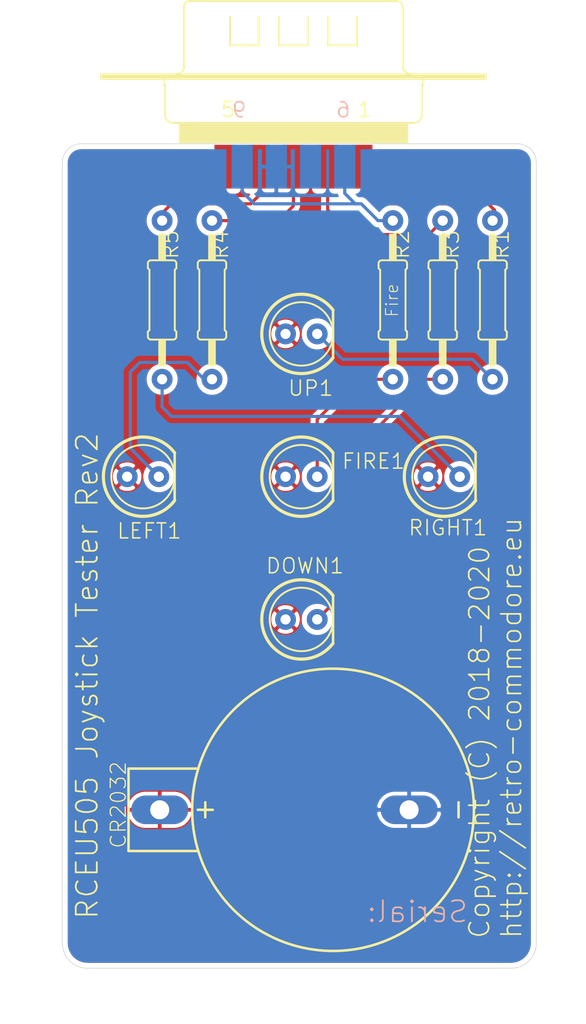
<source format=kicad_pcb>
(kicad_pcb (version 20171130) (host pcbnew "(5.1.5)-3")

  (general
    (thickness 1.6)
    (drawings 12)
    (tracks 46)
    (zones 0)
    (modules 12)
    (nets 15)
  )

  (page A4)
  (title_block
    (title "RCEU 505 Joystick Tester")
    (date 2020-09-28)
    (rev 2)
    (company http://retro-commodore.eu)
    (comment 3 "by Tomse 2018")
    (comment 4 https://github.com/Retro-Commodore/RCEU505-Simple-joystick-tester)
  )

  (layers
    (0 Top signal)
    (31 Bottom signal)
    (32 B.Adhes user)
    (33 F.Adhes user)
    (34 B.Paste user)
    (35 F.Paste user)
    (36 B.SilkS user)
    (37 F.SilkS user)
    (38 B.Mask user)
    (39 F.Mask user)
    (40 Dwgs.User user)
    (41 Cmts.User user)
    (42 Eco1.User user)
    (43 Eco2.User user)
    (44 Edge.Cuts user)
    (45 Margin user)
    (46 B.CrtYd user)
    (47 F.CrtYd user)
    (48 B.Fab user)
    (49 F.Fab user)
  )

  (setup
    (last_trace_width 0.25)
    (trace_clearance 0.1524)
    (zone_clearance 0.4064)
    (zone_45_only no)
    (trace_min 0.2)
    (via_size 0.8)
    (via_drill 0.4)
    (via_min_size 0.4)
    (via_min_drill 0.3)
    (uvia_size 0.3)
    (uvia_drill 0.1)
    (uvias_allowed no)
    (uvia_min_size 0.2)
    (uvia_min_drill 0.1)
    (edge_width 0.05)
    (segment_width 0.2)
    (pcb_text_width 0.3)
    (pcb_text_size 1.5 1.5)
    (mod_edge_width 0.12)
    (mod_text_size 1 1)
    (mod_text_width 0.15)
    (pad_size 1.524 1.524)
    (pad_drill 0.762)
    (pad_to_mask_clearance 0.051)
    (solder_mask_min_width 0.25)
    (aux_axis_origin 0 0)
    (visible_elements FFFFFF7F)
    (pcbplotparams
      (layerselection 0x010fc_ffffffff)
      (usegerberextensions false)
      (usegerberattributes false)
      (usegerberadvancedattributes false)
      (creategerberjobfile false)
      (excludeedgelayer true)
      (linewidth 0.100000)
      (plotframeref false)
      (viasonmask false)
      (mode 1)
      (useauxorigin false)
      (hpglpennumber 1)
      (hpglpenspeed 20)
      (hpglpendiameter 15.000000)
      (psnegative false)
      (psa4output false)
      (plotreference true)
      (plotvalue true)
      (plotinvisibletext false)
      (padsonsilk false)
      (subtractmaskfromsilk false)
      (outputformat 1)
      (mirror false)
      (drillshape 0)
      (scaleselection 1)
      (outputdirectory "../../Gerber/"))
  )

  (net 0 "")
  (net 1 /GND)
  (net 2 /3V)
  (net 3 "Net-(R5-Pad2)")
  (net 4 "Net-(R1-Pad2)")
  (net 5 "Net-(9PSUBM1-Pad7)")
  (net 6 "Net-(9PSUBM1-Pad6)")
  (net 7 "Net-(9PSUBM1-Pad5)")
  (net 8 "Net-(9PSUBM1-Pad4)")
  (net 9 "Net-(9PSUBM1-Pad3)")
  (net 10 "Net-(9PSUBM1-Pad2)")
  (net 11 "Net-(9PSUBM1-Pad1)")
  (net 12 "Net-(FIRE1-PadK)")
  (net 13 "Net-(LEFT1-PadK)")
  (net 14 "Net-(DOWN1-PadK)")

  (net_class Default "This is the default net class."
    (clearance 0.1524)
    (trace_width 0.25)
    (via_dia 0.8)
    (via_drill 0.4)
    (uvia_dia 0.3)
    (uvia_drill 0.1)
    (add_net /3V)
    (add_net /GND)
    (add_net "Net-(9PSUBM1-Pad1)")
    (add_net "Net-(9PSUBM1-Pad2)")
    (add_net "Net-(9PSUBM1-Pad3)")
    (add_net "Net-(9PSUBM1-Pad4)")
    (add_net "Net-(9PSUBM1-Pad5)")
    (add_net "Net-(9PSUBM1-Pad6)")
    (add_net "Net-(9PSUBM1-Pad7)")
    (add_net "Net-(DOWN1-PadK)")
    (add_net "Net-(FIRE1-PadK)")
    (add_net "Net-(LEFT1-PadK)")
    (add_net "Net-(R1-Pad2)")
    (add_net "Net-(R5-Pad2)")
  )

  (module joytester:SN2032 (layer Top) (tedit 0) (tstamp 5F711440)
    (at 151.2061 125.3186 90)
    (path /8B8E8844)
    (fp_text reference CR2032 (at -3.175 -16.51 90) (layer F.SilkS)
      (effects (font (size 1.2065 1.2065) (thickness 0.09652)) (justify left bottom))
    )
    (fp_text value 3v (at -3.175 -0.635 90) (layer F.Fab)
      (effects (font (size 1.2065 1.2065) (thickness 0.09652)) (justify left bottom))
    )
    (fp_circle (center 0 0) (end 11.3 0) (layer F.SilkS) (width 0.2032))
    (fp_line (start 0 -10.845) (end 0 -9.645) (layer F.SilkS) (width 0.2032))
    (fp_line (start -0.6 -10.245) (end 0.6 -10.245) (layer F.SilkS) (width 0.2032))
    (fp_line (start -0.6 10.065) (end 0.6 10.065) (layer F.SilkS) (width 0.2032))
    (fp_line (start 3.3 -16.4) (end 3.3 -10.8) (layer F.SilkS) (width 0.2032))
    (fp_line (start -3.3 -16.4) (end 3.3 -16.4) (layer F.SilkS) (width 0.2032))
    (fp_line (start -3.3 -16.4) (end -3.3 -10.8) (layer F.SilkS) (width 0.2032))
    (pad - thru_hole oval (at 0 6.1 180) (size 4.572 2.286) (drill 1.524) (layers *.Cu *.Mask)
      (net 1 /GND) (solder_mask_margin 0.1016))
    (pad + thru_hole oval (at 0 -13.9 180) (size 4.572 2.286) (drill 1.524) (layers *.Cu *.Mask)
      (net 2 /3V) (solder_mask_margin 0.1016))
  )

  (module joytester:LED5MM (layer Top) (tedit 0) (tstamp 5F71144C)
    (at 148.6661 110.0786)
    (descr "<B>LED</B><p>\n5 mm, round")
    (path /74EBC2C9)
    (fp_text reference DOWN1 (at -2.921 -3.5814) (layer F.SilkS)
      (effects (font (size 1.2065 1.2065) (thickness 0.12065)) (justify left bottom))
    )
    (fp_text value RED (at 3.2004 1.8034) (layer F.Fab)
      (effects (font (size 1.2065 1.2065) (thickness 0.12065)) (justify left bottom))
    )
    (fp_circle (center 0 0) (end 2.54 0) (layer F.SilkS) (width 0.1524))
    (fp_arc (start 0 0) (end 0 2.159) (angle -90) (layer F.Fab) (width 0.1524))
    (fp_arc (start 0 0) (end -2.159 0) (angle 90) (layer F.Fab) (width 0.1524))
    (fp_arc (start 0 0) (end 0 1.651) (angle -90) (layer F.Fab) (width 0.1524))
    (fp_arc (start 0 0) (end -1.651 0) (angle 90) (layer F.Fab) (width 0.1524))
    (fp_arc (start 0 0) (end 0 1.143) (angle -90) (layer F.Fab) (width 0.1524))
    (fp_arc (start 0 0) (end -1.143 0) (angle 90) (layer F.Fab) (width 0.1524))
    (fp_arc (start 0 0) (end 2.54 1.905) (angle 286.260205) (layer F.SilkS) (width 0.254))
    (fp_line (start 2.54 1.905) (end 2.54 -1.905) (layer F.SilkS) (width 0.2032))
    (pad K thru_hole circle (at 1.27 0) (size 1.6764 1.6764) (drill 0.8128) (layers *.Cu *.Mask)
      (net 14 "Net-(DOWN1-PadK)") (solder_mask_margin 0.1016))
    (pad A thru_hole circle (at -1.27 0) (size 1.6764 1.6764) (drill 0.8128) (layers *.Cu *.Mask)
      (net 2 /3V) (solder_mask_margin 0.1016))
  )

  (module joytester:LED5MM (layer Top) (tedit 0) (tstamp 5F71145A)
    (at 148.6661 98.6486)
    (descr "<B>LED</B><p>\n5 mm, round")
    (path /4A300F3E)
    (fp_text reference FIRE1 (at 3.175 -0.5334) (layer F.SilkS)
      (effects (font (size 1.2065 1.2065) (thickness 0.12065)) (justify left bottom))
    )
    (fp_text value BLUE (at 3.2004 1.8034) (layer F.Fab)
      (effects (font (size 1.2065 1.2065) (thickness 0.12065)) (justify left bottom))
    )
    (fp_circle (center 0 0) (end 2.54 0) (layer F.SilkS) (width 0.1524))
    (fp_arc (start 0 0) (end 0 2.159) (angle -90) (layer F.Fab) (width 0.1524))
    (fp_arc (start 0 0) (end -2.159 0) (angle 90) (layer F.Fab) (width 0.1524))
    (fp_arc (start 0 0) (end 0 1.651) (angle -90) (layer F.Fab) (width 0.1524))
    (fp_arc (start 0 0) (end -1.651 0) (angle 90) (layer F.Fab) (width 0.1524))
    (fp_arc (start 0 0) (end 0 1.143) (angle -90) (layer F.Fab) (width 0.1524))
    (fp_arc (start 0 0) (end -1.143 0) (angle 90) (layer F.Fab) (width 0.1524))
    (fp_arc (start 0 0) (end 2.54 1.905) (angle 286.260205) (layer F.SilkS) (width 0.254))
    (fp_line (start 2.54 1.905) (end 2.54 -1.905) (layer F.SilkS) (width 0.2032))
    (pad K thru_hole circle (at 1.27 0) (size 1.6764 1.6764) (drill 0.8128) (layers *.Cu *.Mask)
      (net 12 "Net-(FIRE1-PadK)") (solder_mask_margin 0.1016))
    (pad A thru_hole circle (at -1.27 0) (size 1.6764 1.6764) (drill 0.8128) (layers *.Cu *.Mask)
      (net 2 /3V) (solder_mask_margin 0.1016))
  )

  (module joytester:LED5MM (layer Top) (tedit 0) (tstamp 5F711468)
    (at 135.9661 98.6486)
    (descr "<B>LED</B><p>\n5 mm, round")
    (path /0B639982)
    (fp_text reference LEFT1 (at -2.159 5.0546) (layer F.SilkS)
      (effects (font (size 1.2065 1.2065) (thickness 0.12065)) (justify left bottom))
    )
    (fp_text value RED (at 3.2004 1.8034) (layer F.Fab)
      (effects (font (size 1.2065 1.2065) (thickness 0.12065)) (justify left bottom))
    )
    (fp_circle (center 0 0) (end 2.54 0) (layer F.SilkS) (width 0.1524))
    (fp_arc (start 0 0) (end 0 2.159) (angle -90) (layer F.Fab) (width 0.1524))
    (fp_arc (start 0 0) (end -2.159 0) (angle 90) (layer F.Fab) (width 0.1524))
    (fp_arc (start 0 0) (end 0 1.651) (angle -90) (layer F.Fab) (width 0.1524))
    (fp_arc (start 0 0) (end -1.651 0) (angle 90) (layer F.Fab) (width 0.1524))
    (fp_arc (start 0 0) (end 0 1.143) (angle -90) (layer F.Fab) (width 0.1524))
    (fp_arc (start 0 0) (end -1.143 0) (angle 90) (layer F.Fab) (width 0.1524))
    (fp_arc (start 0 0) (end 2.54 1.905) (angle 286.260205) (layer F.SilkS) (width 0.254))
    (fp_line (start 2.54 1.905) (end 2.54 -1.905) (layer F.SilkS) (width 0.2032))
    (pad K thru_hole circle (at 1.27 0) (size 1.6764 1.6764) (drill 0.8128) (layers *.Cu *.Mask)
      (net 13 "Net-(LEFT1-PadK)") (solder_mask_margin 0.1016))
    (pad A thru_hole circle (at -1.27 0) (size 1.6764 1.6764) (drill 0.8128) (layers *.Cu *.Mask)
      (net 2 /3V) (solder_mask_margin 0.1016))
  )

  (module joytester:0207_12 (layer Top) (tedit 0) (tstamp 5F711476)
    (at 156 84.5 270)
    (descr "<b>RESISTOR</b><p>\ntype 0207, grid 12 mm")
    (path /DE64AC0F)
    (fp_text reference R2 (at -3.175 -1.397 90) (layer F.SilkS)
      (effects (font (size 1.2065 1.2065) (thickness 0.12065)) (justify left bottom))
    )
    (fp_text value 47 (at -2.286 0.6858 90) (layer F.Fab)
      (effects (font (size 1.2065 1.2065) (thickness 0.12065)) (justify left bottom))
    )
    (fp_poly (pts (xy -5.3086 0.3048) (xy -4.445 0.3048) (xy -4.445 -0.3048) (xy -5.3086 -0.3048)) (layer F.SilkS) (width 0))
    (fp_poly (pts (xy 4.445 0.3048) (xy 5.3086 0.3048) (xy 5.3086 -0.3048) (xy 4.445 -0.3048)) (layer F.SilkS) (width 0))
    (fp_poly (pts (xy -4.0386 0.3048) (xy -3.175 0.3048) (xy -3.175 -0.3048) (xy -4.0386 -0.3048)) (layer F.SilkS) (width 0))
    (fp_poly (pts (xy 3.175 0.3048) (xy 4.0386 0.3048) (xy 4.0386 -0.3048) (xy 3.175 -0.3048)) (layer F.SilkS) (width 0))
    (fp_line (start -4.445 0) (end -4.064 0) (layer F.SilkS) (width 0.6096))
    (fp_line (start 4.445 0) (end 4.064 0) (layer F.SilkS) (width 0.6096))
    (fp_line (start 3.175 0.889) (end 3.175 -0.889) (layer F.SilkS) (width 0.1524))
    (fp_line (start 2.921 1.143) (end 2.54 1.143) (layer F.SilkS) (width 0.1524))
    (fp_line (start 2.921 -1.143) (end 2.54 -1.143) (layer F.SilkS) (width 0.1524))
    (fp_line (start 2.413 1.016) (end -2.413 1.016) (layer F.SilkS) (width 0.1524))
    (fp_line (start 2.413 1.016) (end 2.54 1.143) (layer F.SilkS) (width 0.1524))
    (fp_line (start 2.413 -1.016) (end -2.413 -1.016) (layer F.SilkS) (width 0.1524))
    (fp_line (start 2.413 -1.016) (end 2.54 -1.143) (layer F.SilkS) (width 0.1524))
    (fp_line (start -2.413 1.016) (end -2.54 1.143) (layer F.SilkS) (width 0.1524))
    (fp_line (start -2.921 1.143) (end -2.54 1.143) (layer F.SilkS) (width 0.1524))
    (fp_line (start -2.413 -1.016) (end -2.54 -1.143) (layer F.SilkS) (width 0.1524))
    (fp_line (start -2.921 -1.143) (end -2.54 -1.143) (layer F.SilkS) (width 0.1524))
    (fp_line (start -3.175 0.889) (end -3.175 -0.889) (layer F.SilkS) (width 0.1524))
    (fp_arc (start 2.921 -0.889) (end 2.921 -1.143) (angle 90) (layer F.SilkS) (width 0.1524))
    (fp_arc (start 2.921 0.889) (end 2.921 1.143) (angle -90) (layer F.SilkS) (width 0.1524))
    (fp_arc (start -2.921 0.889) (end -3.175 0.889) (angle -90) (layer F.SilkS) (width 0.1524))
    (fp_arc (start -2.921 -0.889) (end -3.175 -0.889) (angle 90) (layer F.SilkS) (width 0.1524))
    (fp_line (start -6.35 0) (end -5.334 0) (layer F.Fab) (width 0.6096))
    (fp_line (start 6.35 0) (end 5.334 0) (layer F.Fab) (width 0.6096))
    (pad 2 thru_hole circle (at 6.35 0 270) (size 1.6764 1.6764) (drill 0.8128) (layers *.Cu *.Mask)
      (net 12 "Net-(FIRE1-PadK)") (solder_mask_margin 0.1016))
    (pad 1 thru_hole circle (at -6.35 0 270) (size 1.6764 1.6764) (drill 0.8128) (layers *.Cu *.Mask)
      (net 6 "Net-(9PSUBM1-Pad6)") (solder_mask_margin 0.1016))
  )

  (module joytester:0207_12 (layer Top) (tedit 0) (tstamp 5F711493)
    (at 141.5 84.5 270)
    (descr "<b>RESISTOR</b><p>\ntype 0207, grid 12 mm")
    (path /E1A42A20)
    (fp_text reference R4 (at -3.175 -1.397 90) (layer F.SilkS)
      (effects (font (size 1.2065 1.2065) (thickness 0.12065)) (justify left bottom))
    )
    (fp_text value 47 (at -2.286 0.6858 90) (layer F.Fab)
      (effects (font (size 1.2065 1.2065) (thickness 0.12065)) (justify left bottom))
    )
    (fp_poly (pts (xy -5.3086 0.3048) (xy -4.445 0.3048) (xy -4.445 -0.3048) (xy -5.3086 -0.3048)) (layer F.SilkS) (width 0))
    (fp_poly (pts (xy 4.445 0.3048) (xy 5.3086 0.3048) (xy 5.3086 -0.3048) (xy 4.445 -0.3048)) (layer F.SilkS) (width 0))
    (fp_poly (pts (xy -4.0386 0.3048) (xy -3.175 0.3048) (xy -3.175 -0.3048) (xy -4.0386 -0.3048)) (layer F.SilkS) (width 0))
    (fp_poly (pts (xy 3.175 0.3048) (xy 4.0386 0.3048) (xy 4.0386 -0.3048) (xy 3.175 -0.3048)) (layer F.SilkS) (width 0))
    (fp_line (start -4.445 0) (end -4.064 0) (layer F.SilkS) (width 0.6096))
    (fp_line (start 4.445 0) (end 4.064 0) (layer F.SilkS) (width 0.6096))
    (fp_line (start 3.175 0.889) (end 3.175 -0.889) (layer F.SilkS) (width 0.1524))
    (fp_line (start 2.921 1.143) (end 2.54 1.143) (layer F.SilkS) (width 0.1524))
    (fp_line (start 2.921 -1.143) (end 2.54 -1.143) (layer F.SilkS) (width 0.1524))
    (fp_line (start 2.413 1.016) (end -2.413 1.016) (layer F.SilkS) (width 0.1524))
    (fp_line (start 2.413 1.016) (end 2.54 1.143) (layer F.SilkS) (width 0.1524))
    (fp_line (start 2.413 -1.016) (end -2.413 -1.016) (layer F.SilkS) (width 0.1524))
    (fp_line (start 2.413 -1.016) (end 2.54 -1.143) (layer F.SilkS) (width 0.1524))
    (fp_line (start -2.413 1.016) (end -2.54 1.143) (layer F.SilkS) (width 0.1524))
    (fp_line (start -2.921 1.143) (end -2.54 1.143) (layer F.SilkS) (width 0.1524))
    (fp_line (start -2.413 -1.016) (end -2.54 -1.143) (layer F.SilkS) (width 0.1524))
    (fp_line (start -2.921 -1.143) (end -2.54 -1.143) (layer F.SilkS) (width 0.1524))
    (fp_line (start -3.175 0.889) (end -3.175 -0.889) (layer F.SilkS) (width 0.1524))
    (fp_arc (start 2.921 -0.889) (end 2.921 -1.143) (angle 90) (layer F.SilkS) (width 0.1524))
    (fp_arc (start 2.921 0.889) (end 2.921 1.143) (angle -90) (layer F.SilkS) (width 0.1524))
    (fp_arc (start -2.921 0.889) (end -3.175 0.889) (angle -90) (layer F.SilkS) (width 0.1524))
    (fp_arc (start -2.921 -0.889) (end -3.175 -0.889) (angle 90) (layer F.SilkS) (width 0.1524))
    (fp_line (start -6.35 0) (end -5.334 0) (layer F.Fab) (width 0.6096))
    (fp_line (start 6.35 0) (end 5.334 0) (layer F.Fab) (width 0.6096))
    (pad 2 thru_hole circle (at 6.35 0 270) (size 1.6764 1.6764) (drill 0.8128) (layers *.Cu *.Mask)
      (net 13 "Net-(LEFT1-PadK)") (solder_mask_margin 0.1016))
    (pad 1 thru_hole circle (at -6.35 0 270) (size 1.6764 1.6764) (drill 0.8128) (layers *.Cu *.Mask)
      (net 9 "Net-(9PSUBM1-Pad3)") (solder_mask_margin 0.1016))
  )

  (module joytester:0207_12 (layer Top) (tedit 0) (tstamp 5F7114B0)
    (at 137.5 84.5 270)
    (descr "<b>RESISTOR</b><p>\ntype 0207, grid 12 mm")
    (path /91DFF8ED)
    (fp_text reference R5 (at -3.175 -1.397 90) (layer F.SilkS)
      (effects (font (size 1.2065 1.2065) (thickness 0.12065)) (justify left bottom))
    )
    (fp_text value 47 (at -2.286 0.6858 90) (layer F.Fab)
      (effects (font (size 1.2065 1.2065) (thickness 0.12065)) (justify left bottom))
    )
    (fp_poly (pts (xy -5.3086 0.3048) (xy -4.445 0.3048) (xy -4.445 -0.3048) (xy -5.3086 -0.3048)) (layer F.SilkS) (width 0))
    (fp_poly (pts (xy 4.445 0.3048) (xy 5.3086 0.3048) (xy 5.3086 -0.3048) (xy 4.445 -0.3048)) (layer F.SilkS) (width 0))
    (fp_poly (pts (xy -4.0386 0.3048) (xy -3.175 0.3048) (xy -3.175 -0.3048) (xy -4.0386 -0.3048)) (layer F.SilkS) (width 0))
    (fp_poly (pts (xy 3.175 0.3048) (xy 4.0386 0.3048) (xy 4.0386 -0.3048) (xy 3.175 -0.3048)) (layer F.SilkS) (width 0))
    (fp_line (start -4.445 0) (end -4.064 0) (layer F.SilkS) (width 0.6096))
    (fp_line (start 4.445 0) (end 4.064 0) (layer F.SilkS) (width 0.6096))
    (fp_line (start 3.175 0.889) (end 3.175 -0.889) (layer F.SilkS) (width 0.1524))
    (fp_line (start 2.921 1.143) (end 2.54 1.143) (layer F.SilkS) (width 0.1524))
    (fp_line (start 2.921 -1.143) (end 2.54 -1.143) (layer F.SilkS) (width 0.1524))
    (fp_line (start 2.413 1.016) (end -2.413 1.016) (layer F.SilkS) (width 0.1524))
    (fp_line (start 2.413 1.016) (end 2.54 1.143) (layer F.SilkS) (width 0.1524))
    (fp_line (start 2.413 -1.016) (end -2.413 -1.016) (layer F.SilkS) (width 0.1524))
    (fp_line (start 2.413 -1.016) (end 2.54 -1.143) (layer F.SilkS) (width 0.1524))
    (fp_line (start -2.413 1.016) (end -2.54 1.143) (layer F.SilkS) (width 0.1524))
    (fp_line (start -2.921 1.143) (end -2.54 1.143) (layer F.SilkS) (width 0.1524))
    (fp_line (start -2.413 -1.016) (end -2.54 -1.143) (layer F.SilkS) (width 0.1524))
    (fp_line (start -2.921 -1.143) (end -2.54 -1.143) (layer F.SilkS) (width 0.1524))
    (fp_line (start -3.175 0.889) (end -3.175 -0.889) (layer F.SilkS) (width 0.1524))
    (fp_arc (start 2.921 -0.889) (end 2.921 -1.143) (angle 90) (layer F.SilkS) (width 0.1524))
    (fp_arc (start 2.921 0.889) (end 2.921 1.143) (angle -90) (layer F.SilkS) (width 0.1524))
    (fp_arc (start -2.921 0.889) (end -3.175 0.889) (angle -90) (layer F.SilkS) (width 0.1524))
    (fp_arc (start -2.921 -0.889) (end -3.175 -0.889) (angle 90) (layer F.SilkS) (width 0.1524))
    (fp_line (start -6.35 0) (end -5.334 0) (layer F.Fab) (width 0.6096))
    (fp_line (start 6.35 0) (end 5.334 0) (layer F.Fab) (width 0.6096))
    (pad 2 thru_hole circle (at 6.35 0 270) (size 1.6764 1.6764) (drill 0.8128) (layers *.Cu *.Mask)
      (net 3 "Net-(R5-Pad2)") (solder_mask_margin 0.1016))
    (pad 1 thru_hole circle (at -6.35 0 270) (size 1.6764 1.6764) (drill 0.8128) (layers *.Cu *.Mask)
      (net 8 "Net-(9PSUBM1-Pad4)") (solder_mask_margin 0.1016))
  )

  (module joytester:0207_12 (layer Top) (tedit 0) (tstamp 5F7114CD)
    (at 164 84.5 270)
    (descr "<b>RESISTOR</b><p>\ntype 0207, grid 12 mm")
    (path /0F5C4BB2)
    (fp_text reference R1 (at -3.175 -1.397 90) (layer F.SilkS)
      (effects (font (size 1.2065 1.2065) (thickness 0.12065)) (justify left bottom))
    )
    (fp_text value 47 (at -2.286 0.6858 90) (layer F.Fab)
      (effects (font (size 1.2065 1.2065) (thickness 0.12065)) (justify left bottom))
    )
    (fp_poly (pts (xy -5.3086 0.3048) (xy -4.445 0.3048) (xy -4.445 -0.3048) (xy -5.3086 -0.3048)) (layer F.SilkS) (width 0))
    (fp_poly (pts (xy 4.445 0.3048) (xy 5.3086 0.3048) (xy 5.3086 -0.3048) (xy 4.445 -0.3048)) (layer F.SilkS) (width 0))
    (fp_poly (pts (xy -4.0386 0.3048) (xy -3.175 0.3048) (xy -3.175 -0.3048) (xy -4.0386 -0.3048)) (layer F.SilkS) (width 0))
    (fp_poly (pts (xy 3.175 0.3048) (xy 4.0386 0.3048) (xy 4.0386 -0.3048) (xy 3.175 -0.3048)) (layer F.SilkS) (width 0))
    (fp_line (start -4.445 0) (end -4.064 0) (layer F.SilkS) (width 0.6096))
    (fp_line (start 4.445 0) (end 4.064 0) (layer F.SilkS) (width 0.6096))
    (fp_line (start 3.175 0.889) (end 3.175 -0.889) (layer F.SilkS) (width 0.1524))
    (fp_line (start 2.921 1.143) (end 2.54 1.143) (layer F.SilkS) (width 0.1524))
    (fp_line (start 2.921 -1.143) (end 2.54 -1.143) (layer F.SilkS) (width 0.1524))
    (fp_line (start 2.413 1.016) (end -2.413 1.016) (layer F.SilkS) (width 0.1524))
    (fp_line (start 2.413 1.016) (end 2.54 1.143) (layer F.SilkS) (width 0.1524))
    (fp_line (start 2.413 -1.016) (end -2.413 -1.016) (layer F.SilkS) (width 0.1524))
    (fp_line (start 2.413 -1.016) (end 2.54 -1.143) (layer F.SilkS) (width 0.1524))
    (fp_line (start -2.413 1.016) (end -2.54 1.143) (layer F.SilkS) (width 0.1524))
    (fp_line (start -2.921 1.143) (end -2.54 1.143) (layer F.SilkS) (width 0.1524))
    (fp_line (start -2.413 -1.016) (end -2.54 -1.143) (layer F.SilkS) (width 0.1524))
    (fp_line (start -2.921 -1.143) (end -2.54 -1.143) (layer F.SilkS) (width 0.1524))
    (fp_line (start -3.175 0.889) (end -3.175 -0.889) (layer F.SilkS) (width 0.1524))
    (fp_arc (start 2.921 -0.889) (end 2.921 -1.143) (angle 90) (layer F.SilkS) (width 0.1524))
    (fp_arc (start 2.921 0.889) (end 2.921 1.143) (angle -90) (layer F.SilkS) (width 0.1524))
    (fp_arc (start -2.921 0.889) (end -3.175 0.889) (angle -90) (layer F.SilkS) (width 0.1524))
    (fp_arc (start -2.921 -0.889) (end -3.175 -0.889) (angle 90) (layer F.SilkS) (width 0.1524))
    (fp_line (start -6.35 0) (end -5.334 0) (layer F.Fab) (width 0.6096))
    (fp_line (start 6.35 0) (end 5.334 0) (layer F.Fab) (width 0.6096))
    (pad 2 thru_hole circle (at 6.35 0 270) (size 1.6764 1.6764) (drill 0.8128) (layers *.Cu *.Mask)
      (net 4 "Net-(R1-Pad2)") (solder_mask_margin 0.1016))
    (pad 1 thru_hole circle (at -6.35 0 270) (size 1.6764 1.6764) (drill 0.8128) (layers *.Cu *.Mask)
      (net 11 "Net-(9PSUBM1-Pad1)") (solder_mask_margin 0.1016))
  )

  (module joytester:0207_12 (layer Top) (tedit 0) (tstamp 5F7114EA)
    (at 160 84.5 270)
    (descr "<b>RESISTOR</b><p>\ntype 0207, grid 12 mm")
    (path /FB30A1FC)
    (fp_text reference R3 (at -3.175 -1.397 90) (layer F.SilkS)
      (effects (font (size 1.2065 1.2065) (thickness 0.12065)) (justify left bottom))
    )
    (fp_text value 47 (at -2.286 0.6858 90) (layer F.Fab)
      (effects (font (size 1.2065 1.2065) (thickness 0.12065)) (justify left bottom))
    )
    (fp_poly (pts (xy -5.3086 0.3048) (xy -4.445 0.3048) (xy -4.445 -0.3048) (xy -5.3086 -0.3048)) (layer F.SilkS) (width 0))
    (fp_poly (pts (xy 4.445 0.3048) (xy 5.3086 0.3048) (xy 5.3086 -0.3048) (xy 4.445 -0.3048)) (layer F.SilkS) (width 0))
    (fp_poly (pts (xy -4.0386 0.3048) (xy -3.175 0.3048) (xy -3.175 -0.3048) (xy -4.0386 -0.3048)) (layer F.SilkS) (width 0))
    (fp_poly (pts (xy 3.175 0.3048) (xy 4.0386 0.3048) (xy 4.0386 -0.3048) (xy 3.175 -0.3048)) (layer F.SilkS) (width 0))
    (fp_line (start -4.445 0) (end -4.064 0) (layer F.SilkS) (width 0.6096))
    (fp_line (start 4.445 0) (end 4.064 0) (layer F.SilkS) (width 0.6096))
    (fp_line (start 3.175 0.889) (end 3.175 -0.889) (layer F.SilkS) (width 0.1524))
    (fp_line (start 2.921 1.143) (end 2.54 1.143) (layer F.SilkS) (width 0.1524))
    (fp_line (start 2.921 -1.143) (end 2.54 -1.143) (layer F.SilkS) (width 0.1524))
    (fp_line (start 2.413 1.016) (end -2.413 1.016) (layer F.SilkS) (width 0.1524))
    (fp_line (start 2.413 1.016) (end 2.54 1.143) (layer F.SilkS) (width 0.1524))
    (fp_line (start 2.413 -1.016) (end -2.413 -1.016) (layer F.SilkS) (width 0.1524))
    (fp_line (start 2.413 -1.016) (end 2.54 -1.143) (layer F.SilkS) (width 0.1524))
    (fp_line (start -2.413 1.016) (end -2.54 1.143) (layer F.SilkS) (width 0.1524))
    (fp_line (start -2.921 1.143) (end -2.54 1.143) (layer F.SilkS) (width 0.1524))
    (fp_line (start -2.413 -1.016) (end -2.54 -1.143) (layer F.SilkS) (width 0.1524))
    (fp_line (start -2.921 -1.143) (end -2.54 -1.143) (layer F.SilkS) (width 0.1524))
    (fp_line (start -3.175 0.889) (end -3.175 -0.889) (layer F.SilkS) (width 0.1524))
    (fp_arc (start 2.921 -0.889) (end 2.921 -1.143) (angle 90) (layer F.SilkS) (width 0.1524))
    (fp_arc (start 2.921 0.889) (end 2.921 1.143) (angle -90) (layer F.SilkS) (width 0.1524))
    (fp_arc (start -2.921 0.889) (end -3.175 0.889) (angle -90) (layer F.SilkS) (width 0.1524))
    (fp_arc (start -2.921 -0.889) (end -3.175 -0.889) (angle 90) (layer F.SilkS) (width 0.1524))
    (fp_line (start -6.35 0) (end -5.334 0) (layer F.Fab) (width 0.6096))
    (fp_line (start 6.35 0) (end 5.334 0) (layer F.Fab) (width 0.6096))
    (pad 2 thru_hole circle (at 6.35 0 270) (size 1.6764 1.6764) (drill 0.8128) (layers *.Cu *.Mask)
      (net 14 "Net-(DOWN1-PadK)") (solder_mask_margin 0.1016))
    (pad 1 thru_hole circle (at -6.35 0 270) (size 1.6764 1.6764) (drill 0.8128) (layers *.Cu *.Mask)
      (net 10 "Net-(9PSUBM1-Pad2)") (solder_mask_margin 0.1016))
  )

  (module joytester:LED5MM (layer Top) (tedit 0) (tstamp 5F711507)
    (at 160.0961 98.6486)
    (descr "<B>LED</B><p>\n5 mm, round")
    (path /404BD51D)
    (fp_text reference RIGHT1 (at -2.921 4.8006) (layer F.SilkS)
      (effects (font (size 1.2065 1.2065) (thickness 0.12065)) (justify left bottom))
    )
    (fp_text value RED (at 3.2004 1.8034) (layer F.Fab)
      (effects (font (size 1.2065 1.2065) (thickness 0.12065)) (justify left bottom))
    )
    (fp_circle (center 0 0) (end 2.54 0) (layer F.SilkS) (width 0.1524))
    (fp_arc (start 0 0) (end 0 2.159) (angle -90) (layer F.Fab) (width 0.1524))
    (fp_arc (start 0 0) (end -2.159 0) (angle 90) (layer F.Fab) (width 0.1524))
    (fp_arc (start 0 0) (end 0 1.651) (angle -90) (layer F.Fab) (width 0.1524))
    (fp_arc (start 0 0) (end -1.651 0) (angle 90) (layer F.Fab) (width 0.1524))
    (fp_arc (start 0 0) (end 0 1.143) (angle -90) (layer F.Fab) (width 0.1524))
    (fp_arc (start 0 0) (end -1.143 0) (angle 90) (layer F.Fab) (width 0.1524))
    (fp_arc (start 0 0) (end 2.54 1.905) (angle 286.260205) (layer F.SilkS) (width 0.254))
    (fp_line (start 2.54 1.905) (end 2.54 -1.905) (layer F.SilkS) (width 0.2032))
    (pad K thru_hole circle (at 1.27 0) (size 1.6764 1.6764) (drill 0.8128) (layers *.Cu *.Mask)
      (net 3 "Net-(R5-Pad2)") (solder_mask_margin 0.1016))
    (pad A thru_hole circle (at -1.27 0) (size 1.6764 1.6764) (drill 0.8128) (layers *.Cu *.Mask)
      (net 2 /3V) (solder_mask_margin 0.1016))
  )

  (module joytester:LED5MM (layer Top) (tedit 0) (tstamp 5F711515)
    (at 148.6661 87.2186)
    (descr "<B>LED</B><p>\n5 mm, round")
    (path /AC15F50E)
    (fp_text reference UP1 (at -1.143 5.0546) (layer F.SilkS)
      (effects (font (size 1.2065 1.2065) (thickness 0.12065)) (justify left bottom))
    )
    (fp_text value RED (at 3.2004 1.8034) (layer F.Fab)
      (effects (font (size 1.2065 1.2065) (thickness 0.12065)) (justify left bottom))
    )
    (fp_circle (center 0 0) (end 2.54 0) (layer F.SilkS) (width 0.1524))
    (fp_arc (start 0 0) (end 0 2.159) (angle -90) (layer F.Fab) (width 0.1524))
    (fp_arc (start 0 0) (end -2.159 0) (angle 90) (layer F.Fab) (width 0.1524))
    (fp_arc (start 0 0) (end 0 1.651) (angle -90) (layer F.Fab) (width 0.1524))
    (fp_arc (start 0 0) (end -1.651 0) (angle 90) (layer F.Fab) (width 0.1524))
    (fp_arc (start 0 0) (end 0 1.143) (angle -90) (layer F.Fab) (width 0.1524))
    (fp_arc (start 0 0) (end -1.143 0) (angle 90) (layer F.Fab) (width 0.1524))
    (fp_arc (start 0 0) (end 2.54 1.905) (angle 286.260205) (layer F.SilkS) (width 0.254))
    (fp_line (start 2.54 1.905) (end 2.54 -1.905) (layer F.SilkS) (width 0.2032))
    (pad K thru_hole circle (at 1.27 0) (size 1.6764 1.6764) (drill 0.8128) (layers *.Cu *.Mask)
      (net 4 "Net-(R1-Pad2)") (solder_mask_margin 0.1016))
    (pad A thru_hole circle (at -1.27 0) (size 1.6764 1.6764) (drill 0.8128) (layers *.Cu *.Mask)
      (net 2 /3V) (solder_mask_margin 0.1016))
  )

  (module joytester:M09D (layer Top) (tedit 0) (tstamp 5F711523)
    (at 148.0311 67.7876)
    (descr <b>SUB-D</b>)
    (path /E00D74E0)
    (fp_text reference 9PSUBM1 (at -8.89 10.16) (layer F.SilkS) hide
      (effects (font (size 1.6891 1.6891) (thickness 0.1778)) (justify left bottom))
    )
    (fp_text value Male (at 1.27 10.16) (layer F.Fab)
      (effects (font (size 1.6891 1.6891) (thickness 0.16891)) (justify left bottom))
    )
    (fp_poly (pts (xy -9.2 4.16) (xy 9.2 4.16) (xy 9.2 2.56) (xy -9.2 2.56)) (layer F.SilkS) (width 0))
    (fp_poly (pts (xy -4.7148 6.56) (xy -3.5148 6.56) (xy -3.5148 4.06) (xy -4.7148 4.06)) (layer B.Fab) (width 0))
    (fp_poly (pts (xy 4.8864 6.56) (xy 6.0864 6.56) (xy 6.0864 4.06) (xy 4.8864 4.06)) (layer F.Fab) (width 0))
    (fp_poly (pts (xy 2.1432 6.56) (xy 3.3432 6.56) (xy 3.3432 4.06) (xy 2.1432 4.06)) (layer F.Fab) (width 0))
    (fp_poly (pts (xy -0.6 6.56) (xy 0.6 6.56) (xy 0.6 4.06) (xy -0.6 4.06)) (layer F.Fab) (width 0))
    (fp_poly (pts (xy -3.3432 6.56) (xy -2.1432 6.56) (xy -2.1432 4.06) (xy -3.3432 4.06)) (layer F.Fab) (width 0))
    (fp_poly (pts (xy -1.9716 6.56) (xy -0.7716 6.56) (xy -0.7716 4.06) (xy -1.9716 4.06)) (layer B.Fab) (width 0))
    (fp_poly (pts (xy 0.7716 6.56) (xy 1.9716 6.56) (xy 1.9716 4.06) (xy 0.7716 4.06)) (layer B.Fab) (width 0))
    (fp_poly (pts (xy 3.5148 6.56) (xy 4.7148 6.56) (xy 4.7148 4.06) (xy 3.5148 4.06)) (layer B.Fab) (width 0))
    (fp_poly (pts (xy -6.0864 6.56) (xy -4.8864 6.56) (xy -4.8864 4.06) (xy -6.0864 4.06)) (layer F.Fab) (width 0))
    (fp_poly (pts (xy -15.494 -0.916) (xy 15.494 -0.916) (xy 15.494 -1.424) (xy -15.494 -1.424)) (layer F.SilkS) (width 0))
    (fp_text user "Board " (at -16.51 2.54) (layer Cmts.User)
      (effects (font (size 1.2065 1.2065) (thickness 0.1016)) (justify left bottom))
    )
    (fp_text user M09D (at -7.62 -5.469) (layer F.Fab)
      (effects (font (size 1.2065 1.2065) (thickness 0.127)) (justify left bottom))
    )
    (fp_text user Board (at 11.43 2.54) (layer Cmts.User)
      (effects (font (size 1.2065 1.2065) (thickness 0.1016)) (justify left bottom))
    )
    (fp_text user 6 (at 4.6528 2.1966) (layer B.SilkS)
      (effects (font (size 1.2065 1.2065) (thickness 0.127)) (justify left bottom mirror))
    )
    (fp_text user 9 (at -3.6878 2.1966) (layer B.SilkS)
      (effects (font (size 1.2065 1.2065) (thickness 0.127)) (justify left bottom mirror))
    )
    (fp_text user 5 (at -5.8878 2.1786) (layer F.SilkS)
      (effects (font (size 1.2065 1.2065) (thickness 0.127)) (justify left bottom))
    )
    (fp_text user 1 (at 5.0528 2.1786) (layer F.SilkS)
      (effects (font (size 1.2065 1.2065) (thickness 0.127)) (justify left bottom))
    )
    (fp_line (start -8.255 -7.225) (end 8.255 -7.225) (layer F.SilkS) (width 0.1524))
    (fp_arc (start -9.398 -2.018) (end -9.398 -1.383) (angle -90) (layer F.SilkS) (width 0.1524))
    (fp_line (start -8.763 -2.018) (end -8.763 -6.717) (layer F.SilkS) (width 0.1524))
    (fp_arc (start 9.398 -2.018) (end 8.763 -2.018) (angle -90) (layer F.SilkS) (width 0.1524))
    (fp_line (start 8.763 -2.018) (end 8.763 -6.717) (layer F.SilkS) (width 0.1524))
    (fp_line (start -2.794 -5.955) (end -2.794 -3.669) (layer F.SilkS) (width 0.1524))
    (fp_line (start -5.08 -3.669) (end -5.08 -5.955) (layer F.SilkS) (width 0.1524))
    (fp_line (start -2.794 -3.669) (end -5.08 -3.669) (layer F.SilkS) (width 0.1524))
    (fp_line (start 1.143 -5.955) (end 1.143 -3.669) (layer F.SilkS) (width 0.1524))
    (fp_line (start -1.143 -3.669) (end -1.143 -5.955) (layer F.SilkS) (width 0.1524))
    (fp_line (start 1.143 -3.669) (end -1.143 -3.669) (layer F.SilkS) (width 0.1524))
    (fp_line (start 5.08 -5.955) (end 5.08 -3.669) (layer F.SilkS) (width 0.1524))
    (fp_line (start 2.794 -3.669) (end 2.794 -5.955) (layer F.SilkS) (width 0.1524))
    (fp_line (start 5.08 -3.669) (end 2.794 -3.669) (layer F.SilkS) (width 0.1524))
    (fp_arc (start 8.255 -6.717) (end 8.255 -7.225) (angle 90) (layer F.SilkS) (width 0.1524))
    (fp_arc (start -8.255 -6.717) (end -8.763 -6.717) (angle 90) (layer F.SilkS) (width 0.1524))
    (fp_line (start 15.0876 4.1148) (end 16.4592 2.7432) (layer Cmts.User) (width 0.254))
    (fp_line (start 13.716 2.7432) (end 15.0876 4.1148) (layer Cmts.User) (width 0.254))
    (fp_line (start 12.3444 4.1148) (end 13.716 2.7432) (layer Cmts.User) (width 0.254))
    (fp_line (start 10.9728 2.7432) (end 12.3444 4.1148) (layer Cmts.User) (width 0.254))
    (fp_line (start -12.3444 4.1148) (end -10.9728 2.7432) (layer Cmts.User) (width 0.254))
    (fp_line (start -13.716 2.7432) (end -12.3444 4.1148) (layer Cmts.User) (width 0.254))
    (fp_line (start -15.0876 4.1148) (end -13.716 2.7432) (layer Cmts.User) (width 0.254))
    (fp_line (start -16.4592 2.7432) (end -15.0876 4.1148) (layer Cmts.User) (width 0.254))
    (fp_arc (start 9.652 1.905) (end 9.652 2.54) (angle -90) (layer F.SilkS) (width 0.1524))
    (fp_line (start 10.287 -0.508) (end 10.414 -0.508) (layer F.SilkS) (width 0.1524))
    (fp_line (start 10.287 1.905) (end 10.287 -0.508) (layer F.SilkS) (width 0.1524))
    (fp_line (start 10.414 -0.508) (end 10.414 -1.016) (layer F.SilkS) (width 0.1524))
    (fp_line (start -9.671 2.54) (end 9.671 2.54) (layer F.SilkS) (width 0.1524))
    (fp_line (start -10.287 1.905) (end -10.287 -0.508) (layer F.SilkS) (width 0.1524))
    (fp_arc (start -9.652 1.905) (end -10.287 1.905) (angle -90) (layer F.SilkS) (width 0.1524))
    (fp_line (start -10.414 -0.508) (end -10.287 -0.508) (layer F.SilkS) (width 0.1524))
    (fp_line (start -10.414 -0.508) (end -10.414 -1.016) (layer F.SilkS) (width 0.1524))
    (pad 9 smd rect (at -4.1148 6.0452) (size 1.7 3.5) (layers Bottom B.Paste B.Mask)
      (net 6 "Net-(9PSUBM1-Pad6)") (solder_mask_margin 0.1016))
    (pad 8 smd rect (at -1.3716 6.0452) (size 1.7 3.5) (layers Bottom B.Paste B.Mask)
      (net 1 /GND) (solder_mask_margin 0.1016))
    (pad 7 smd rect (at 1.3716 6.0452) (size 1.7 3.5) (layers Bottom B.Paste B.Mask)
      (net 5 "Net-(9PSUBM1-Pad7)") (solder_mask_margin 0.1016))
    (pad 6 smd rect (at 4.1148 6.0452) (size 1.7 3.5) (layers Bottom B.Paste B.Mask)
      (net 6 "Net-(9PSUBM1-Pad6)") (solder_mask_margin 0.1016))
    (pad 5 smd rect (at -5.4862 6.0448) (size 1.7 3.5) (layers Top F.Paste F.Mask)
      (net 7 "Net-(9PSUBM1-Pad5)") (solder_mask_margin 0.1016))
    (pad 4 smd rect (at -2.7434 6.0448) (size 1.7 3.5) (layers Top F.Paste F.Mask)
      (net 8 "Net-(9PSUBM1-Pad4)") (solder_mask_margin 0.1016))
    (pad 3 smd rect (at 0 6.045) (size 1.7 3.5) (layers Top F.Paste F.Mask)
      (net 9 "Net-(9PSUBM1-Pad3)") (solder_mask_margin 0.1016))
    (pad 2 smd rect (at 2.7434 6.0448) (size 1.7 3.5) (layers Top F.Paste F.Mask)
      (net 10 "Net-(9PSUBM1-Pad2)") (solder_mask_margin 0.1016))
    (pad 1 smd rect (at 5.4862 6.0448) (size 1.7 3.5) (layers Top F.Paste F.Mask)
      (net 11 "Net-(9PSUBM1-Pad1)") (solder_mask_margin 0.1016))
  )

  (gr_arc (start 131 73.5) (end 131 72) (angle -90) (layer Edge.Cuts) (width 0.05))
  (gr_arc (start 166 73.5) (end 167.5 73.5) (angle -90) (layer Edge.Cuts) (width 0.05))
  (gr_arc (start 165.5 136) (end 165.5 138) (angle -90) (layer Edge.Cuts) (width 0.05))
  (gr_arc (start 131.5 136) (end 129.5 136) (angle -90) (layer Edge.Cuts) (width 0.05))
  (gr_line (start 129.5 73.5) (end 129.5 136) (layer Edge.Cuts) (width 0.05) (tstamp 5F712187))
  (gr_line (start 131.5 138) (end 165.5 138) (layer Edge.Cuts) (width 0.05) (tstamp BEDD8E0))
  (gr_line (start 167.5 136) (end 167.5 73.5) (layer Edge.Cuts) (width 0.05) (tstamp BEDC8A0))
  (gr_line (start 166 72) (end 131 72) (layer Edge.Cuts) (width 0.05) (tstamp BEDD980))
  (gr_text "RCEU505 Joystick Tester Rev2" (at 130.5 95 90) (layer F.SilkS) (tstamp BEDC6C0)
    (effects (font (size 1.6891 1.6891) (thickness 0.14224)) (justify right top))
  )
  (gr_text "Copyright (C) 2018-2020\nhttp://retro-commodore.eu" (at 166.4461 135.7326 90) (layer F.SilkS) (tstamp BEDDF20)
    (effects (font (size 1.59258 1.59258) (thickness 0.134112)) (justify left bottom))
  )
  (gr_text Fire (at 156.5 85.9486 90) (layer F.SilkS) (tstamp BEDC260)
    (effects (font (size 0.9652 0.9652) (thickness 0.08128)) (justify left bottom))
  )
  (gr_text "Serial: " (at 162.1281 134.4626) (layer B.SilkS) (tstamp BEDC940)
    (effects (font (size 1.6891 1.6891) (thickness 0.14224)) (justify left bottom mirror))
  )

  (segment (start 149.9361 94.3306) (end 149.9361 98.6486) (width 0.254) (layer Top) (net 12) (tstamp BECBA00))
  (segment (start 141.0461 91.0286) (end 139.5221 89.5046) (width 0.254) (layer Bottom) (net 13) (tstamp BECBFA0))
  (segment (start 134.9501 90.2666) (end 134.9501 96.3626) (width 0.254) (layer Bottom) (net 13) (tstamp BECCCC0))
  (segment (start 134.9501 96.3626) (end 137.2361 98.6486) (width 0.254) (layer Bottom) (net 13) (tstamp BECAEC0))
  (segment (start 139.5221 89.5046) (end 135.7121 89.5046) (width 0.254) (layer Bottom) (net 13) (tstamp BECBDC0))
  (segment (start 135.7121 89.5046) (end 134.9501 90.2666) (width 0.254) (layer Bottom) (net 13) (tstamp BECAD80))
  (segment (start 156.5401 93.8226) (end 138.2521 93.8226) (width 0.254) (layer Bottom) (net 3) (tstamp BECB5A0))
  (segment (start 161.3661 98.6486) (end 156.5401 93.8226) (width 0.254) (layer Bottom) (net 3) (tstamp BECC400))
  (segment (start 137.5 93.0705) (end 137.5 90.85) (width 0.25) (layer Bottom) (net 3))
  (segment (start 138.2521 93.8226) (end 137.5 93.0705) (width 0.25) (layer Bottom) (net 3))
  (segment (start 164.1601 91.0286) (end 162.3821 89.2506) (width 0.254) (layer Bottom) (net 4) (tstamp BECC4A0))
  (segment (start 162.3821 89.2506) (end 151.9681 89.2506) (width 0.254) (layer Bottom) (net 4) (tstamp BECB000))
  (segment (start 151.9681 89.2506) (end 149.9361 87.2186) (width 0.254) (layer Bottom) (net 4) (tstamp BECB6E0))
  (segment (start 154.5081 105.5066) (end 149.9361 110.0786) (width 0.254) (layer Top) (net 14) (tstamp BECCE00))
  (segment (start 164.1601 78.3286) (end 164.1601 77.3126) (width 0.254) (layer Top) (net 11) (tstamp BECE0C0))
  (segment (start 164.1601 77.3126) (end 163.6521 76.8046) (width 0.254) (layer Top) (net 11) (tstamp BECEF20))
  (segment (start 163.6521 76.8046) (end 154.7621 76.8046) (width 0.254) (layer Top) (net 11) (tstamp BECD440))
  (segment (start 154.7621 76.8046) (end 153.5173 75.5598) (width 0.254) (layer Top) (net 11) (tstamp BECF240))
  (segment (start 153.5173 75.5598) (end 153.5173 73.8324) (width 0.254) (layer Top) (net 11) (tstamp BECF560))
  (segment (start 152.1459 75.9664) (end 152.1459 73.8328) (width 0.254) (layer Bottom) (net 6) (tstamp BECF4C0))
  (segment (start 152.9841 76.8046) (end 152.1459 75.9664) (width 0.254) (layer Bottom) (net 6) (tstamp BECEDE0))
  (segment (start 143.9163 75.8328) (end 143.9163 73.8328) (width 0.25) (layer Bottom) (net 6))
  (segment (start 153.1954 76.8046) (end 144.8881 76.8046) (width 0.25) (layer Bottom) (net 6))
  (segment (start 144.8881 76.8046) (end 143.9163 75.8328) (width 0.25) (layer Bottom) (net 6))
  (segment (start 153.1954 76.8046) (end 152.9841 76.8046) (width 0.254) (layer Bottom) (net 6))
  (segment (start 153.469207 76.8046) (end 152.9841 76.8046) (width 0.25) (layer Bottom) (net 6))
  (segment (start 154.814607 78.15) (end 153.469207 76.8046) (width 0.25) (layer Bottom) (net 6))
  (segment (start 156 78.15) (end 154.814607 78.15) (width 0.25) (layer Bottom) (net 6))
  (segment (start 148.0311 73.8326) (end 148.0311 76.9316) (width 0.254) (layer Top) (net 9) (tstamp BECD4E0))
  (segment (start 145.2877 73.8324) (end 145.2877 76.119) (width 0.254) (layer Top) (net 8) (tstamp BECD120))
  (segment (start 138.2521 76.8046) (end 136.9821 78.0746) (width 0.254) (layer Top) (net 8) (tstamp BECD620))
  (segment (start 136.9821 78.0746) (end 136.9821 78.3286) (width 0.254) (layer Top) (net 8) (tstamp BECD6C0))
  (segment (start 145.2877 76.119) (end 144.6021 76.8046) (width 0.254) (layer Top) (net 8) (tstamp BECDB20))
  (segment (start 144.6021 76.8046) (end 138.2521 76.8046) (width 0.254) (layer Top) (net 8) (tstamp BECDD00))
  (segment (start 141.5 78.15) (end 146.85 78.15) (width 0.25) (layer Top) (net 9))
  (segment (start 146.85 78.15) (end 148 77) (width 0.25) (layer Top) (net 9))
  (segment (start 152.765601 79.265601) (end 150.7745 77.2745) (width 0.25) (layer Top) (net 10))
  (segment (start 160 78.15) (end 158.884399 79.265601) (width 0.25) (layer Top) (net 10))
  (segment (start 150.7745 77.2745) (end 150.7745 73.8324) (width 0.25) (layer Top) (net 10))
  (segment (start 158.884399 79.265601) (end 152.765601 79.265601) (width 0.25) (layer Top) (net 10))
  (segment (start 149.9361 94.3306) (end 149.9361 94.0639) (width 0.25) (layer Top) (net 12))
  (segment (start 153.15 90.85) (end 156 90.85) (width 0.25) (layer Top) (net 12))
  (segment (start 149.9361 94.0639) (end 153.15 90.85) (width 0.25) (layer Top) (net 12))
  (segment (start 160 90.85) (end 158.65 90.85) (width 0.25) (layer Top) (net 14))
  (segment (start 154.5081 94.9919) (end 154.5081 105.5066) (width 0.25) (layer Top) (net 14))
  (segment (start 158.65 90.85) (end 154.5081 94.9919) (width 0.25) (layer Top) (net 14))

  (zone (net 2) (net_name /3V) (layer Top) (tstamp 0) (hatch edge 0.508)
    (priority 6)
    (connect_pads (clearance 0.4064))
    (min_thickness 0.127)
    (fill yes (arc_segments 32) (thermal_gap 0.304) (thermal_bridge_width 0.304) (smoothing chamfer))
    (polygon
      (pts
        (xy 170 140.5) (xy 125.5 140.5) (xy 125.5 69.5) (xy 170 69.5)
      )
    )
    (filled_polygon
      (pts
        (xy 141.222727 75.5824) (xy 141.2318 75.674516) (xy 141.258669 75.763093) (xy 141.302302 75.844725) (xy 141.361023 75.916277)
        (xy 141.432575 75.974998) (xy 141.514207 76.018631) (xy 141.602784 76.0455) (xy 141.6949 76.054573) (xy 143.3949 76.054573)
        (xy 143.487016 76.0455) (xy 143.575593 76.018631) (xy 143.657225 75.974998) (xy 143.728777 75.916277) (xy 143.787498 75.844725)
        (xy 143.831131 75.763093) (xy 143.858 75.674516) (xy 143.867073 75.5824) (xy 143.867073 72.4949) (xy 143.965527 72.4949)
        (xy 143.965527 75.5824) (xy 143.9746 75.674516) (xy 144.001469 75.763093) (xy 144.045102 75.844725) (xy 144.103823 75.916277)
        (xy 144.175375 75.974998) (xy 144.257007 76.018631) (xy 144.345584 76.0455) (xy 144.4377 76.054573) (xy 144.507984 76.054573)
        (xy 144.354857 76.2077) (xy 138.281411 76.2077) (xy 138.252099 76.204813) (xy 138.222788 76.2077) (xy 138.222778 76.2077)
        (xy 138.135087 76.216337) (xy 138.022571 76.250468) (xy 137.974302 76.276269) (xy 137.918875 76.305895) (xy 137.866926 76.348529)
        (xy 137.827986 76.380486) (xy 137.809296 76.40326) (xy 137.370531 76.842026) (xy 137.118441 76.89217) (xy 136.880382 76.990777)
        (xy 136.666135 77.133933) (xy 136.483933 77.316135) (xy 136.340777 77.530382) (xy 136.24217 77.768441) (xy 136.1919 78.021163)
        (xy 136.1919 78.278837) (xy 136.24217 78.531559) (xy 136.340777 78.769618) (xy 136.483933 78.983865) (xy 136.666135 79.166067)
        (xy 136.880382 79.309223) (xy 137.118441 79.40783) (xy 137.371163 79.4581) (xy 137.628837 79.4581) (xy 137.881559 79.40783)
        (xy 138.119618 79.309223) (xy 138.333865 79.166067) (xy 138.516067 78.983865) (xy 138.659223 78.769618) (xy 138.75783 78.531559)
        (xy 138.8081 78.278837) (xy 138.8081 78.021163) (xy 138.75783 77.768441) (xy 138.659223 77.530382) (xy 138.573106 77.4015)
        (xy 140.426894 77.4015) (xy 140.340777 77.530382) (xy 140.24217 77.768441) (xy 140.1919 78.021163) (xy 140.1919 78.278837)
        (xy 140.24217 78.531559) (xy 140.340777 78.769618) (xy 140.483933 78.983865) (xy 140.666135 79.166067) (xy 140.880382 79.309223)
        (xy 141.118441 79.40783) (xy 141.371163 79.4581) (xy 141.628837 79.4581) (xy 141.881559 79.40783) (xy 142.119618 79.309223)
        (xy 142.333865 79.166067) (xy 142.516067 78.983865) (xy 142.659223 78.769618) (xy 142.669462 78.7449) (xy 146.820782 78.7449)
        (xy 146.85 78.747778) (xy 146.879218 78.7449) (xy 146.879221 78.7449) (xy 146.966621 78.736292) (xy 147.07876 78.702275)
        (xy 147.182108 78.647034) (xy 147.272693 78.572693) (xy 147.291324 78.549991) (xy 148.44132 77.399996) (xy 148.497034 77.332108)
        (xy 148.552275 77.22876) (xy 148.556465 77.214947) (xy 148.585232 77.161129) (xy 148.619363 77.048613) (xy 148.628 76.960922)
        (xy 148.628 76.054773) (xy 148.8811 76.054773) (xy 148.973216 76.0457) (xy 149.061793 76.018831) (xy 149.143425 75.975198)
        (xy 149.214977 75.916477) (xy 149.273698 75.844925) (xy 149.317331 75.763293) (xy 149.3442 75.674716) (xy 149.353273 75.5826)
        (xy 149.353273 72.4949) (xy 149.452327 72.4949) (xy 149.452327 75.5824) (xy 149.4614 75.674516) (xy 149.488269 75.763093)
        (xy 149.531902 75.844725) (xy 149.590623 75.916277) (xy 149.662175 75.974998) (xy 149.743807 76.018631) (xy 149.832384 76.0455)
        (xy 149.9245 76.054573) (xy 150.1796 76.054573) (xy 150.1796 77.245281) (xy 150.176722 77.2745) (xy 150.1796 77.303718)
        (xy 150.1796 77.30372) (xy 150.188208 77.39112) (xy 150.222225 77.503259) (xy 150.277466 77.606607) (xy 150.351807 77.697193)
        (xy 150.374509 77.715824) (xy 152.324281 79.665597) (xy 152.342908 79.688294) (xy 152.433493 79.762635) (xy 152.536841 79.817876)
        (xy 152.64898 79.851893) (xy 152.73638 79.860501) (xy 152.736382 79.860501) (xy 152.7656 79.863379) (xy 152.794819 79.860501)
        (xy 158.855181 79.860501) (xy 158.884399 79.863379) (xy 158.913617 79.860501) (xy 158.91362 79.860501) (xy 159.00102 79.851893)
        (xy 159.113159 79.817876) (xy 159.216507 79.762635) (xy 159.307092 79.688294) (xy 159.325723 79.665592) (xy 159.593724 79.397592)
        (xy 159.618441 79.40783) (xy 159.871163 79.4581) (xy 160.128837 79.4581) (xy 160.381559 79.40783) (xy 160.619618 79.309223)
        (xy 160.833865 79.166067) (xy 161.016067 78.983865) (xy 161.159223 78.769618) (xy 161.25783 78.531559) (xy 161.3081 78.278837)
        (xy 161.3081 78.021163) (xy 161.25783 77.768441) (xy 161.159223 77.530382) (xy 161.073106 77.4015) (xy 162.926894 77.4015)
        (xy 162.840777 77.530382) (xy 162.74217 77.768441) (xy 162.6919 78.021163) (xy 162.6919 78.278837) (xy 162.74217 78.531559)
        (xy 162.840777 78.769618) (xy 162.983933 78.983865) (xy 163.166135 79.166067) (xy 163.380382 79.309223) (xy 163.618441 79.40783)
        (xy 163.871163 79.4581) (xy 164.128837 79.4581) (xy 164.381559 79.40783) (xy 164.619618 79.309223) (xy 164.833865 79.166067)
        (xy 165.016067 78.983865) (xy 165.159223 78.769618) (xy 165.25783 78.531559) (xy 165.3081 78.278837) (xy 165.3081 78.021163)
        (xy 165.25783 77.768441) (xy 165.159223 77.530382) (xy 165.016067 77.316135) (xy 164.833865 77.133933) (xy 164.690057 77.037843)
        (xy 164.664899 76.990777) (xy 164.658805 76.979375) (xy 164.602905 76.911261) (xy 164.602904 76.91126) (xy 164.584214 76.888486)
        (xy 164.561439 76.869796) (xy 164.094908 76.403265) (xy 164.076214 76.380486) (xy 163.985324 76.305895) (xy 163.881629 76.250468)
        (xy 163.769113 76.216337) (xy 163.681422 76.2077) (xy 163.681411 76.2077) (xy 163.6521 76.204813) (xy 163.622789 76.2077)
        (xy 155.009344 76.2077) (xy 154.708724 75.907081) (xy 154.759898 75.844725) (xy 154.803531 75.763093) (xy 154.8304 75.674516)
        (xy 154.839473 75.5824) (xy 154.839473 72.4949) (xy 165.975797 72.4949) (xy 166.194766 72.51637) (xy 166.382106 72.572931)
        (xy 166.5549 72.664808) (xy 166.706555 72.788494) (xy 166.831297 72.939282) (xy 166.924378 73.111431) (xy 166.982246 73.298372)
        (xy 167.005101 73.515827) (xy 167.0051 135.975795) (xy 166.974107 136.29188) (xy 166.889341 136.572642) (xy 166.751653 136.831595)
        (xy 166.56629 137.058873) (xy 166.340314 137.245817) (xy 166.08233 137.385308) (xy 165.802167 137.472033) (xy 165.487559 137.5051)
        (xy 131.524205 137.5051) (xy 131.20812 137.474107) (xy 130.927358 137.389341) (xy 130.668405 137.251653) (xy 130.441127 137.06629)
        (xy 130.254183 136.840314) (xy 130.114692 136.58233) (xy 130.027967 136.302167) (xy 129.9949 135.987559) (xy 129.9949 125.641899)
        (xy 134.687604 125.641899) (xy 134.733713 125.81488) (xy 134.857998 126.084204) (xy 135.032437 126.324106) (xy 135.250327 126.525367)
        (xy 135.503294 126.680253) (xy 135.781617 126.782811) (xy 136.0746 126.8291) (xy 137.2176 126.8291) (xy 137.2176 125.4071)
        (xy 137.3946 125.4071) (xy 137.3946 126.8291) (xy 138.5376 126.8291) (xy 138.830583 126.782811) (xy 139.108906 126.680253)
        (xy 139.361873 126.525367) (xy 139.579763 126.324106) (xy 139.754202 126.084204) (xy 139.878487 125.81488) (xy 139.924596 125.641899)
        (xy 139.864962 125.4071) (xy 137.3946 125.4071) (xy 137.2176 125.4071) (xy 134.747238 125.4071) (xy 134.687604 125.641899)
        (xy 129.9949 125.641899) (xy 129.9949 125.3186) (xy 154.542396 125.3186) (xy 154.573537 125.634784) (xy 154.665765 125.938817)
        (xy 154.815534 126.219015) (xy 155.017089 126.464611) (xy 155.262685 126.666166) (xy 155.542883 126.815935) (xy 155.846916 126.908163)
        (xy 156.083864 126.9315) (xy 158.528336 126.9315) (xy 158.765284 126.908163) (xy 159.069317 126.815935) (xy 159.349515 126.666166)
        (xy 159.595111 126.464611) (xy 159.796666 126.219015) (xy 159.946435 125.938817) (xy 160.038663 125.634784) (xy 160.069804 125.3186)
        (xy 160.038663 125.002416) (xy 159.946435 124.698383) (xy 159.796666 124.418185) (xy 159.595111 124.172589) (xy 159.349515 123.971034)
        (xy 159.069317 123.821265) (xy 158.765284 123.729037) (xy 158.528336 123.7057) (xy 156.083864 123.7057) (xy 155.846916 123.729037)
        (xy 155.542883 123.821265) (xy 155.262685 123.971034) (xy 155.017089 124.172589) (xy 154.815534 124.418185) (xy 154.665765 124.698383)
        (xy 154.573537 125.002416) (xy 154.542396 125.3186) (xy 129.9949 125.3186) (xy 129.9949 124.995301) (xy 134.687604 124.995301)
        (xy 134.747238 125.2301) (xy 137.2176 125.2301) (xy 137.2176 123.8081) (xy 137.3946 123.8081) (xy 137.3946 125.2301)
        (xy 139.864962 125.2301) (xy 139.924596 124.995301) (xy 139.878487 124.82232) (xy 139.754202 124.552996) (xy 139.579763 124.313094)
        (xy 139.361873 124.111833) (xy 139.108906 123.956947) (xy 138.830583 123.854389) (xy 138.5376 123.8081) (xy 137.3946 123.8081)
        (xy 137.2176 123.8081) (xy 136.0746 123.8081) (xy 135.781617 123.854389) (xy 135.503294 123.956947) (xy 135.250327 124.111833)
        (xy 135.032437 124.313094) (xy 134.857998 124.552996) (xy 134.733713 124.82232) (xy 134.687604 124.995301) (xy 129.9949 124.995301)
        (xy 129.9949 110.93042) (xy 146.669437 110.93042) (xy 146.757479 111.108152) (xy 146.970606 111.212958) (xy 147.200084 111.274171)
        (xy 147.437095 111.289439) (xy 147.67253 111.258175) (xy 147.897342 111.181581) (xy 148.034721 111.108152) (xy 148.122763 110.93042)
        (xy 147.3961 110.203758) (xy 146.669437 110.93042) (xy 129.9949 110.93042) (xy 129.9949 110.119595) (xy 146.185261 110.119595)
        (xy 146.216525 110.35503) (xy 146.293119 110.579842) (xy 146.366548 110.717221) (xy 146.54428 110.805263) (xy 147.270942 110.0786)
        (xy 147.521258 110.0786) (xy 148.24792 110.805263) (xy 148.425652 110.717221) (xy 148.530458 110.504094) (xy 148.591671 110.274616)
        (xy 148.606939 110.037605) (xy 148.575675 109.80217) (xy 148.499081 109.577358) (xy 148.425652 109.439979) (xy 148.24792 109.351937)
        (xy 147.521258 110.0786) (xy 147.270942 110.0786) (xy 146.54428 109.351937) (xy 146.366548 109.439979) (xy 146.261742 109.653106)
        (xy 146.200529 109.882584) (xy 146.185261 110.119595) (xy 129.9949 110.119595) (xy 129.9949 109.22678) (xy 146.669437 109.22678)
        (xy 147.3961 109.953442) (xy 148.122763 109.22678) (xy 148.034721 109.049048) (xy 147.821594 108.944242) (xy 147.592116 108.883029)
        (xy 147.355105 108.867761) (xy 147.11967 108.899025) (xy 146.894858 108.975619) (xy 146.757479 109.049048) (xy 146.669437 109.22678)
        (xy 129.9949 109.22678) (xy 129.9949 99.50042) (xy 133.969437 99.50042) (xy 134.057479 99.678152) (xy 134.270606 99.782958)
        (xy 134.500084 99.844171) (xy 134.737095 99.859439) (xy 134.97253 99.828175) (xy 135.197342 99.751581) (xy 135.334721 99.678152)
        (xy 135.422763 99.50042) (xy 134.6961 98.773758) (xy 133.969437 99.50042) (xy 129.9949 99.50042) (xy 129.9949 98.689595)
        (xy 133.485261 98.689595) (xy 133.516525 98.92503) (xy 133.593119 99.149842) (xy 133.666548 99.287221) (xy 133.84428 99.375263)
        (xy 134.570942 98.6486) (xy 134.821258 98.6486) (xy 135.54792 99.375263) (xy 135.725652 99.287221) (xy 135.830458 99.074094)
        (xy 135.891671 98.844616) (xy 135.906939 98.607605) (xy 135.895275 98.519763) (xy 135.928 98.519763) (xy 135.928 98.777437)
        (xy 135.97827 99.030159) (xy 136.076877 99.268218) (xy 136.220033 99.482465) (xy 136.402235 99.664667) (xy 136.616482 99.807823)
        (xy 136.854541 99.90643) (xy 137.107263 99.9567) (xy 137.364937 99.9567) (xy 137.617659 99.90643) (xy 137.855718 99.807823)
        (xy 138.069965 99.664667) (xy 138.234212 99.50042) (xy 146.669437 99.50042) (xy 146.757479 99.678152) (xy 146.970606 99.782958)
        (xy 147.200084 99.844171) (xy 147.437095 99.859439) (xy 147.67253 99.828175) (xy 147.897342 99.751581) (xy 148.034721 99.678152)
        (xy 148.122763 99.50042) (xy 147.3961 98.773758) (xy 146.669437 99.50042) (xy 138.234212 99.50042) (xy 138.252167 99.482465)
        (xy 138.395323 99.268218) (xy 138.49393 99.030159) (xy 138.5442 98.777437) (xy 138.5442 98.689595) (xy 146.185261 98.689595)
        (xy 146.216525 98.92503) (xy 146.293119 99.149842) (xy 146.366548 99.287221) (xy 146.54428 99.375263) (xy 147.270942 98.6486)
        (xy 147.521258 98.6486) (xy 148.24792 99.375263) (xy 148.425652 99.287221) (xy 148.530458 99.074094) (xy 148.591671 98.844616)
        (xy 148.606939 98.607605) (xy 148.595275 98.519763) (xy 148.628 98.519763) (xy 148.628 98.777437) (xy 148.67827 99.030159)
        (xy 148.776877 99.268218) (xy 148.920033 99.482465) (xy 149.102235 99.664667) (xy 149.316482 99.807823) (xy 149.554541 99.90643)
        (xy 149.807263 99.9567) (xy 150.064937 99.9567) (xy 150.317659 99.90643) (xy 150.555718 99.807823) (xy 150.769965 99.664667)
        (xy 150.952167 99.482465) (xy 151.095323 99.268218) (xy 151.19393 99.030159) (xy 151.2442 98.777437) (xy 151.2442 98.519763)
        (xy 151.19393 98.267041) (xy 151.095323 98.028982) (xy 150.952167 97.814735) (xy 150.769965 97.632533) (xy 150.555718 97.489377)
        (xy 150.533 97.479967) (xy 150.533 94.308315) (xy 153.396416 91.4449) (xy 154.830538 91.4449) (xy 154.840777 91.469618)
        (xy 154.983933 91.683865) (xy 155.166135 91.866067) (xy 155.380382 92.009223) (xy 155.618441 92.10783) (xy 155.871163 92.1581)
        (xy 156.128837 92.1581) (xy 156.381559 92.10783) (xy 156.619618 92.009223) (xy 156.709557 91.949127) (xy 154.108109 94.550576)
        (xy 154.085407 94.569207) (xy 154.011066 94.659793) (xy 153.955825 94.763141) (xy 153.921808 94.87528) (xy 153.9132 94.962679)
        (xy 153.910322 94.9919) (xy 153.9132 95.021119) (xy 153.913201 105.257355) (xy 150.340377 108.83018) (xy 150.317659 108.82077)
        (xy 150.064937 108.7705) (xy 149.807263 108.7705) (xy 149.554541 108.82077) (xy 149.316482 108.919377) (xy 149.102235 109.062533)
        (xy 148.920033 109.244735) (xy 148.776877 109.458982) (xy 148.67827 109.697041) (xy 148.628 109.949763) (xy 148.628 110.207437)
        (xy 148.67827 110.460159) (xy 148.776877 110.698218) (xy 148.920033 110.912465) (xy 149.102235 111.094667) (xy 149.316482 111.237823)
        (xy 149.554541 111.33643) (xy 149.807263 111.3867) (xy 150.064937 111.3867) (xy 150.317659 111.33643) (xy 150.555718 111.237823)
        (xy 150.769965 111.094667) (xy 150.952167 110.912465) (xy 151.095323 110.698218) (xy 151.19393 110.460159) (xy 151.2442 110.207437)
        (xy 151.2442 109.949763) (xy 151.19393 109.697041) (xy 151.18452 109.674323) (xy 154.923867 105.934977) (xy 154.930793 105.929293)
        (xy 154.936477 105.922367) (xy 154.950905 105.907939) (xy 155.006805 105.839825) (xy 155.062231 105.73613) (xy 155.096362 105.623614)
        (xy 155.107887 105.506601) (xy 155.103 105.456983) (xy 155.103 99.50042) (xy 158.099437 99.50042) (xy 158.187479 99.678152)
        (xy 158.400606 99.782958) (xy 158.630084 99.844171) (xy 158.867095 99.859439) (xy 159.10253 99.828175) (xy 159.327342 99.751581)
        (xy 159.464721 99.678152) (xy 159.552763 99.50042) (xy 158.8261 98.773758) (xy 158.099437 99.50042) (xy 155.103 99.50042)
        (xy 155.103 98.689595) (xy 157.615261 98.689595) (xy 157.646525 98.92503) (xy 157.723119 99.149842) (xy 157.796548 99.287221)
        (xy 157.97428 99.375263) (xy 158.700942 98.6486) (xy 158.951258 98.6486) (xy 159.67792 99.375263) (xy 159.855652 99.287221)
        (xy 159.960458 99.074094) (xy 160.021671 98.844616) (xy 160.036939 98.607605) (xy 160.025275 98.519763) (xy 160.058 98.519763)
        (xy 160.058 98.777437) (xy 160.10827 99.030159) (xy 160.206877 99.268218) (xy 160.350033 99.482465) (xy 160.532235 99.664667)
        (xy 160.746482 99.807823) (xy 160.984541 99.90643) (xy 161.237263 99.9567) (xy 161.494937 99.9567) (xy 161.747659 99.90643)
        (xy 161.985718 99.807823) (xy 162.199965 99.664667) (xy 162.382167 99.482465) (xy 162.525323 99.268218) (xy 162.62393 99.030159)
        (xy 162.6742 98.777437) (xy 162.6742 98.519763) (xy 162.62393 98.267041) (xy 162.525323 98.028982) (xy 162.382167 97.814735)
        (xy 162.199965 97.632533) (xy 161.985718 97.489377) (xy 161.747659 97.39077) (xy 161.494937 97.3405) (xy 161.237263 97.3405)
        (xy 160.984541 97.39077) (xy 160.746482 97.489377) (xy 160.532235 97.632533) (xy 160.350033 97.814735) (xy 160.206877 98.028982)
        (xy 160.10827 98.267041) (xy 160.058 98.519763) (xy 160.025275 98.519763) (xy 160.005675 98.37217) (xy 159.929081 98.147358)
        (xy 159.855652 98.009979) (xy 159.67792 97.921937) (xy 158.951258 98.6486) (xy 158.700942 98.6486) (xy 157.97428 97.921937)
        (xy 157.796548 98.009979) (xy 157.691742 98.223106) (xy 157.630529 98.452584) (xy 157.615261 98.689595) (xy 155.103 98.689595)
        (xy 155.103 97.79678) (xy 158.099437 97.79678) (xy 158.8261 98.523442) (xy 159.552763 97.79678) (xy 159.464721 97.619048)
        (xy 159.251594 97.514242) (xy 159.022116 97.453029) (xy 158.785105 97.437761) (xy 158.54967 97.469025) (xy 158.324858 97.545619)
        (xy 158.187479 97.619048) (xy 158.099437 97.79678) (xy 155.103 97.79678) (xy 155.103 95.238315) (xy 158.853162 91.488154)
        (xy 158.983933 91.683865) (xy 159.166135 91.866067) (xy 159.380382 92.009223) (xy 159.618441 92.10783) (xy 159.871163 92.1581)
        (xy 160.128837 92.1581) (xy 160.381559 92.10783) (xy 160.619618 92.009223) (xy 160.833865 91.866067) (xy 161.016067 91.683865)
        (xy 161.159223 91.469618) (xy 161.25783 91.231559) (xy 161.3081 90.978837) (xy 161.3081 90.721163) (xy 162.6919 90.721163)
        (xy 162.6919 90.978837) (xy 162.74217 91.231559) (xy 162.840777 91.469618) (xy 162.983933 91.683865) (xy 163.166135 91.866067)
        (xy 163.380382 92.009223) (xy 163.618441 92.10783) (xy 163.871163 92.1581) (xy 164.128837 92.1581) (xy 164.381559 92.10783)
        (xy 164.619618 92.009223) (xy 164.833865 91.866067) (xy 165.016067 91.683865) (xy 165.159223 91.469618) (xy 165.25783 91.231559)
        (xy 165.3081 90.978837) (xy 165.3081 90.721163) (xy 165.25783 90.468441) (xy 165.159223 90.230382) (xy 165.016067 90.016135)
        (xy 164.833865 89.833933) (xy 164.619618 89.690777) (xy 164.381559 89.59217) (xy 164.128837 89.5419) (xy 163.871163 89.5419)
        (xy 163.618441 89.59217) (xy 163.380382 89.690777) (xy 163.166135 89.833933) (xy 162.983933 90.016135) (xy 162.840777 90.230382)
        (xy 162.74217 90.468441) (xy 162.6919 90.721163) (xy 161.3081 90.721163) (xy 161.25783 90.468441) (xy 161.159223 90.230382)
        (xy 161.016067 90.016135) (xy 160.833865 89.833933) (xy 160.619618 89.690777) (xy 160.381559 89.59217) (xy 160.128837 89.5419)
        (xy 159.871163 89.5419) (xy 159.618441 89.59217) (xy 159.380382 89.690777) (xy 159.166135 89.833933) (xy 158.983933 90.016135)
        (xy 158.840777 90.230382) (xy 158.830538 90.2551) (xy 158.679218 90.2551) (xy 158.649999 90.252222) (xy 158.620781 90.2551)
        (xy 158.620779 90.2551) (xy 158.533379 90.263708) (xy 158.42124 90.297725) (xy 158.317892 90.352966) (xy 158.227307 90.427307)
        (xy 158.208681 90.450003) (xy 157.099128 91.559557) (xy 157.159223 91.469618) (xy 157.25783 91.231559) (xy 157.3081 90.978837)
        (xy 157.3081 90.721163) (xy 157.25783 90.468441) (xy 157.159223 90.230382) (xy 157.016067 90.016135) (xy 156.833865 89.833933)
        (xy 156.619618 89.690777) (xy 156.381559 89.59217) (xy 156.128837 89.5419) (xy 155.871163 89.5419) (xy 155.618441 89.59217)
        (xy 155.380382 89.690777) (xy 155.166135 89.833933) (xy 154.983933 90.016135) (xy 154.840777 90.230382) (xy 154.830538 90.2551)
        (xy 153.179218 90.2551) (xy 153.15 90.252222) (xy 153.120781 90.2551) (xy 153.120779 90.2551) (xy 153.033379 90.263708)
        (xy 152.92124 90.297725) (xy 152.817892 90.352966) (xy 152.727307 90.427307) (xy 152.708681 90.450004) (xy 149.536104 93.622581)
        (xy 149.513408 93.641207) (xy 149.439067 93.731792) (xy 149.383825 93.83514) (xy 149.349808 93.947279) (xy 149.344874 93.997377)
        (xy 149.338322 94.0639) (xy 149.3412 94.093118) (xy 149.3412 94.280973) (xy 149.3392 94.301279) (xy 149.339201 97.479967)
        (xy 149.316482 97.489377) (xy 149.102235 97.632533) (xy 148.920033 97.814735) (xy 148.776877 98.028982) (xy 148.67827 98.267041)
        (xy 148.628 98.519763) (xy 148.595275 98.519763) (xy 148.575675 98.37217) (xy 148.499081 98.147358) (xy 148.425652 98.009979)
        (xy 148.24792 97.921937) (xy 147.521258 98.6486) (xy 147.270942 98.6486) (xy 146.54428 97.921937) (xy 146.366548 98.009979)
        (xy 146.261742 98.223106) (xy 146.200529 98.452584) (xy 146.185261 98.689595) (xy 138.5442 98.689595) (xy 138.5442 98.519763)
        (xy 138.49393 98.267041) (xy 138.395323 98.028982) (xy 138.252167 97.814735) (xy 138.234212 97.79678) (xy 146.669437 97.79678)
        (xy 147.3961 98.523442) (xy 148.122763 97.79678) (xy 148.034721 97.619048) (xy 147.821594 97.514242) (xy 147.592116 97.453029)
        (xy 147.355105 97.437761) (xy 147.11967 97.469025) (xy 146.894858 97.545619) (xy 146.757479 97.619048) (xy 146.669437 97.79678)
        (xy 138.234212 97.79678) (xy 138.069965 97.632533) (xy 137.855718 97.489377) (xy 137.617659 97.39077) (xy 137.364937 97.3405)
        (xy 137.107263 97.3405) (xy 136.854541 97.39077) (xy 136.616482 97.489377) (xy 136.402235 97.632533) (xy 136.220033 97.814735)
        (xy 136.076877 98.028982) (xy 135.97827 98.267041) (xy 135.928 98.519763) (xy 135.895275 98.519763) (xy 135.875675 98.37217)
        (xy 135.799081 98.147358) (xy 135.725652 98.009979) (xy 135.54792 97.921937) (xy 134.821258 98.6486) (xy 134.570942 98.6486)
        (xy 133.84428 97.921937) (xy 133.666548 98.009979) (xy 133.561742 98.223106) (xy 133.500529 98.452584) (xy 133.485261 98.689595)
        (xy 129.9949 98.689595) (xy 129.9949 97.79678) (xy 133.969437 97.79678) (xy 134.6961 98.523442) (xy 135.422763 97.79678)
        (xy 135.334721 97.619048) (xy 135.121594 97.514242) (xy 134.892116 97.453029) (xy 134.655105 97.437761) (xy 134.41967 97.469025)
        (xy 134.194858 97.545619) (xy 134.057479 97.619048) (xy 133.969437 97.79678) (xy 129.9949 97.79678) (xy 129.9949 90.721163)
        (xy 136.1919 90.721163) (xy 136.1919 90.978837) (xy 136.24217 91.231559) (xy 136.340777 91.469618) (xy 136.483933 91.683865)
        (xy 136.666135 91.866067) (xy 136.880382 92.009223) (xy 137.118441 92.10783) (xy 137.371163 92.1581) (xy 137.628837 92.1581)
        (xy 137.881559 92.10783) (xy 138.119618 92.009223) (xy 138.333865 91.866067) (xy 138.516067 91.683865) (xy 138.659223 91.469618)
        (xy 138.75783 91.231559) (xy 138.8081 90.978837) (xy 138.8081 90.721163) (xy 140.1919 90.721163) (xy 140.1919 90.978837)
        (xy 140.24217 91.231559) (xy 140.340777 91.469618) (xy 140.483933 91.683865) (xy 140.666135 91.866067) (xy 140.880382 92.009223)
        (xy 141.118441 92.10783) (xy 141.371163 92.1581) (xy 141.628837 92.1581) (xy 141.881559 92.10783) (xy 142.119618 92.009223)
        (xy 142.333865 91.866067) (xy 142.516067 91.683865) (xy 142.659223 91.469618) (xy 142.75783 91.231559) (xy 142.8081 90.978837)
        (xy 142.8081 90.721163) (xy 142.75783 90.468441) (xy 142.659223 90.230382) (xy 142.516067 90.016135) (xy 142.333865 89.833933)
        (xy 142.119618 89.690777) (xy 141.881559 89.59217) (xy 141.628837 89.5419) (xy 141.371163 89.5419) (xy 141.118441 89.59217)
        (xy 140.880382 89.690777) (xy 140.666135 89.833933) (xy 140.483933 90.016135) (xy 140.340777 90.230382) (xy 140.24217 90.468441)
        (xy 140.1919 90.721163) (xy 138.8081 90.721163) (xy 138.75783 90.468441) (xy 138.659223 90.230382) (xy 138.516067 90.016135)
        (xy 138.333865 89.833933) (xy 138.119618 89.690777) (xy 137.881559 89.59217) (xy 137.628837 89.5419) (xy 137.371163 89.5419)
        (xy 137.118441 89.59217) (xy 136.880382 89.690777) (xy 136.666135 89.833933) (xy 136.483933 90.016135) (xy 136.340777 90.230382)
        (xy 136.24217 90.468441) (xy 136.1919 90.721163) (xy 129.9949 90.721163) (xy 129.9949 88.07042) (xy 146.669437 88.07042)
        (xy 146.757479 88.248152) (xy 146.970606 88.352958) (xy 147.200084 88.414171) (xy 147.437095 88.429439) (xy 147.67253 88.398175)
        (xy 147.897342 88.321581) (xy 148.034721 88.248152) (xy 148.122763 88.07042) (xy 147.3961 87.343758) (xy 146.669437 88.07042)
        (xy 129.9949 88.07042) (xy 129.9949 87.259595) (xy 146.185261 87.259595) (xy 146.216525 87.49503) (xy 146.293119 87.719842)
        (xy 146.366548 87.857221) (xy 146.54428 87.945263) (xy 147.270942 87.2186) (xy 147.521258 87.2186) (xy 148.24792 87.945263)
        (xy 148.425652 87.857221) (xy 148.530458 87.644094) (xy 148.591671 87.414616) (xy 148.606939 87.177605) (xy 148.595275 87.089763)
        (xy 148.628 87.089763) (xy 148.628 87.347437) (xy 148.67827 87.600159) (xy 148.776877 87.838218) (xy 148.920033 88.052465)
        (xy 149.102235 88.234667) (xy 149.316482 88.377823) (xy 149.554541 88.47643) (xy 149.807263 88.5267) (xy 150.064937 88.5267)
        (xy 150.317659 88.47643) (xy 150.555718 88.377823) (xy 150.769965 88.234667) (xy 150.952167 88.052465) (xy 151.095323 87.838218)
        (xy 151.19393 87.600159) (xy 151.2442 87.347437) (xy 151.2442 87.089763) (xy 151.19393 86.837041) (xy 151.095323 86.598982)
        (xy 150.952167 86.384735) (xy 150.769965 86.202533) (xy 150.555718 86.059377) (xy 150.317659 85.96077) (xy 150.064937 85.9105)
        (xy 149.807263 85.9105) (xy 149.554541 85.96077) (xy 149.316482 86.059377) (xy 149.102235 86.202533) (xy 148.920033 86.384735)
        (xy 148.776877 86.598982) (xy 148.67827 86.837041) (xy 148.628 87.089763) (xy 148.595275 87.089763) (xy 148.575675 86.94217)
        (xy 148.499081 86.717358) (xy 148.425652 86.579979) (xy 148.24792 86.491937) (xy 147.521258 87.2186) (xy 147.270942 87.2186)
        (xy 146.54428 86.491937) (xy 146.366548 86.579979) (xy 146.261742 86.793106) (xy 146.200529 87.022584) (xy 146.185261 87.259595)
        (xy 129.9949 87.259595) (xy 129.9949 86.36678) (xy 146.669437 86.36678) (xy 147.3961 87.093442) (xy 148.122763 86.36678)
        (xy 148.034721 86.189048) (xy 147.821594 86.084242) (xy 147.592116 86.023029) (xy 147.355105 86.007761) (xy 147.11967 86.039025)
        (xy 146.894858 86.115619) (xy 146.757479 86.189048) (xy 146.669437 86.36678) (xy 129.9949 86.36678) (xy 129.9949 73.524203)
        (xy 130.01637 73.305234) (xy 130.072931 73.117894) (xy 130.164808 72.9451) (xy 130.288494 72.793445) (xy 130.439282 72.668703)
        (xy 130.611431 72.575622) (xy 130.798372 72.517754) (xy 131.015817 72.4949) (xy 141.222727 72.4949)
      )
    )
  )
  (zone (net 1) (net_name /GND) (layer Bottom) (tstamp 0) (hatch edge 0.508)
    (priority 6)
    (connect_pads (clearance 0.4064))
    (min_thickness 0.127)
    (fill yes (arc_segments 32) (thermal_gap 0.304) (thermal_bridge_width 0.304) (smoothing chamfer))
    (polygon
      (pts
        (xy 171.5 142.5) (xy 124.5 142.5) (xy 124.5 68.5) (xy 171.5 68.5)
      )
    )
    (filled_polygon
      (pts
        (xy 142.594127 75.5828) (xy 142.6032 75.674916) (xy 142.630069 75.763493) (xy 142.673702 75.845125) (xy 142.732423 75.916677)
        (xy 142.803975 75.975398) (xy 142.885607 76.019031) (xy 142.974184 76.0459) (xy 143.0663 76.054973) (xy 143.362027 76.054973)
        (xy 143.364025 76.061559) (xy 143.419266 76.164907) (xy 143.493607 76.255493) (xy 143.516309 76.274124) (xy 144.446779 77.204595)
        (xy 144.465407 77.227293) (xy 144.488103 77.245919) (xy 144.488104 77.24592) (xy 144.555992 77.301634) (xy 144.65934 77.356875)
        (xy 144.771479 77.390892) (xy 144.8881 77.402378) (xy 144.917321 77.3995) (xy 152.934472 77.3995) (xy 152.954778 77.4015)
        (xy 152.954788 77.4015) (xy 152.9841 77.404387) (xy 153.013411 77.4015) (xy 153.224722 77.4015) (xy 153.224786 77.401494)
        (xy 154.373287 78.549996) (xy 154.391914 78.572693) (xy 154.482499 78.647034) (xy 154.585847 78.702275) (xy 154.697986 78.736292)
        (xy 154.785386 78.7449) (xy 154.785388 78.7449) (xy 154.814607 78.747778) (xy 154.831059 78.746157) (xy 154.840777 78.769618)
        (xy 154.983933 78.983865) (xy 155.166135 79.166067) (xy 155.380382 79.309223) (xy 155.618441 79.40783) (xy 155.871163 79.4581)
        (xy 156.128837 79.4581) (xy 156.381559 79.40783) (xy 156.619618 79.309223) (xy 156.833865 79.166067) (xy 157.016067 78.983865)
        (xy 157.159223 78.769618) (xy 157.25783 78.531559) (xy 157.3081 78.278837) (xy 157.3081 78.021163) (xy 158.6919 78.021163)
        (xy 158.6919 78.278837) (xy 158.74217 78.531559) (xy 158.840777 78.769618) (xy 158.983933 78.983865) (xy 159.166135 79.166067)
        (xy 159.380382 79.309223) (xy 159.618441 79.40783) (xy 159.871163 79.4581) (xy 160.128837 79.4581) (xy 160.381559 79.40783)
        (xy 160.619618 79.309223) (xy 160.833865 79.166067) (xy 161.016067 78.983865) (xy 161.159223 78.769618) (xy 161.25783 78.531559)
        (xy 161.3081 78.278837) (xy 161.3081 78.021163) (xy 162.6919 78.021163) (xy 162.6919 78.278837) (xy 162.74217 78.531559)
        (xy 162.840777 78.769618) (xy 162.983933 78.983865) (xy 163.166135 79.166067) (xy 163.380382 79.309223) (xy 163.618441 79.40783)
        (xy 163.871163 79.4581) (xy 164.128837 79.4581) (xy 164.381559 79.40783) (xy 164.619618 79.309223) (xy 164.833865 79.166067)
        (xy 165.016067 78.983865) (xy 165.159223 78.769618) (xy 165.25783 78.531559) (xy 165.3081 78.278837) (xy 165.3081 78.021163)
        (xy 165.25783 77.768441) (xy 165.159223 77.530382) (xy 165.016067 77.316135) (xy 164.833865 77.133933) (xy 164.619618 76.990777)
        (xy 164.381559 76.89217) (xy 164.128837 76.8419) (xy 163.871163 76.8419) (xy 163.618441 76.89217) (xy 163.380382 76.990777)
        (xy 163.166135 77.133933) (xy 162.983933 77.316135) (xy 162.840777 77.530382) (xy 162.74217 77.768441) (xy 162.6919 78.021163)
        (xy 161.3081 78.021163) (xy 161.25783 77.768441) (xy 161.159223 77.530382) (xy 161.016067 77.316135) (xy 160.833865 77.133933)
        (xy 160.619618 76.990777) (xy 160.381559 76.89217) (xy 160.128837 76.8419) (xy 159.871163 76.8419) (xy 159.618441 76.89217)
        (xy 159.380382 76.990777) (xy 159.166135 77.133933) (xy 158.983933 77.316135) (xy 158.840777 77.530382) (xy 158.74217 77.768441)
        (xy 158.6919 78.021163) (xy 157.3081 78.021163) (xy 157.25783 77.768441) (xy 157.159223 77.530382) (xy 157.016067 77.316135)
        (xy 156.833865 77.133933) (xy 156.619618 76.990777) (xy 156.381559 76.89217) (xy 156.128837 76.8419) (xy 155.871163 76.8419)
        (xy 155.618441 76.89217) (xy 155.380382 76.990777) (xy 155.166135 77.133933) (xy 154.983933 77.316135) (xy 154.919095 77.413172)
        (xy 153.910531 76.404609) (xy 153.8919 76.381907) (xy 153.801315 76.307566) (xy 153.697967 76.252325) (xy 153.585828 76.218308)
        (xy 153.498428 76.2097) (xy 153.498425 76.2097) (xy 153.469207 76.206822) (xy 153.439989 76.2097) (xy 153.245028 76.2097)
        (xy 153.232067 76.208423) (xy 153.0712 76.047556) (xy 153.088016 76.0459) (xy 153.176593 76.019031) (xy 153.258225 75.975398)
        (xy 153.329777 75.916677) (xy 153.388498 75.845125) (xy 153.432131 75.763493) (xy 153.459 75.674916) (xy 153.468073 75.5828)
        (xy 153.468073 72.4949) (xy 165.975797 72.4949) (xy 166.194766 72.51637) (xy 166.382106 72.572931) (xy 166.5549 72.664808)
        (xy 166.706555 72.788494) (xy 166.831297 72.939282) (xy 166.924378 73.111431) (xy 166.982246 73.298372) (xy 167.005101 73.515827)
        (xy 167.0051 135.975795) (xy 166.974107 136.29188) (xy 166.889341 136.572642) (xy 166.751653 136.831595) (xy 166.56629 137.058873)
        (xy 166.340314 137.245817) (xy 166.08233 137.385308) (xy 165.802167 137.472033) (xy 165.487559 137.5051) (xy 131.524205 137.5051)
        (xy 131.20812 137.474107) (xy 130.927358 137.389341) (xy 130.668405 137.251653) (xy 130.441127 137.06629) (xy 130.254183 136.840314)
        (xy 130.114692 136.58233) (xy 130.027967 136.302167) (xy 129.9949 135.987559) (xy 129.9949 125.3186) (xy 134.542396 125.3186)
        (xy 134.573537 125.634784) (xy 134.665765 125.938817) (xy 134.815534 126.219015) (xy 135.017089 126.464611) (xy 135.262685 126.666166)
        (xy 135.542883 126.815935) (xy 135.846916 126.908163) (xy 136.083864 126.9315) (xy 138.528336 126.9315) (xy 138.765284 126.908163)
        (xy 139.069317 126.815935) (xy 139.349515 126.666166) (xy 139.595111 126.464611) (xy 139.796666 126.219015) (xy 139.946435 125.938817)
        (xy 140.036504 125.641899) (xy 154.687604 125.641899) (xy 154.733713 125.81488) (xy 154.857998 126.084204) (xy 155.032437 126.324106)
        (xy 155.250327 126.525367) (xy 155.503294 126.680253) (xy 155.781617 126.782811) (xy 156.0746 126.8291) (xy 157.2176 126.8291)
        (xy 157.2176 125.4071) (xy 157.3946 125.4071) (xy 157.3946 126.8291) (xy 158.5376 126.8291) (xy 158.830583 126.782811)
        (xy 159.108906 126.680253) (xy 159.361873 126.525367) (xy 159.579763 126.324106) (xy 159.754202 126.084204) (xy 159.878487 125.81488)
        (xy 159.924596 125.641899) (xy 159.864962 125.4071) (xy 157.3946 125.4071) (xy 157.2176 125.4071) (xy 154.747238 125.4071)
        (xy 154.687604 125.641899) (xy 140.036504 125.641899) (xy 140.038663 125.634784) (xy 140.069804 125.3186) (xy 140.038663 125.002416)
        (xy 140.036505 124.995301) (xy 154.687604 124.995301) (xy 154.747238 125.2301) (xy 157.2176 125.2301) (xy 157.2176 123.8081)
        (xy 157.3946 123.8081) (xy 157.3946 125.2301) (xy 159.864962 125.2301) (xy 159.924596 124.995301) (xy 159.878487 124.82232)
        (xy 159.754202 124.552996) (xy 159.579763 124.313094) (xy 159.361873 124.111833) (xy 159.108906 123.956947) (xy 158.830583 123.854389)
        (xy 158.5376 123.8081) (xy 157.3946 123.8081) (xy 157.2176 123.8081) (xy 156.0746 123.8081) (xy 155.781617 123.854389)
        (xy 155.503294 123.956947) (xy 155.250327 124.111833) (xy 155.032437 124.313094) (xy 154.857998 124.552996) (xy 154.733713 124.82232)
        (xy 154.687604 124.995301) (xy 140.036505 124.995301) (xy 139.946435 124.698383) (xy 139.796666 124.418185) (xy 139.595111 124.172589)
        (xy 139.349515 123.971034) (xy 139.069317 123.821265) (xy 138.765284 123.729037) (xy 138.528336 123.7057) (xy 136.083864 123.7057)
        (xy 135.846916 123.729037) (xy 135.542883 123.821265) (xy 135.262685 123.971034) (xy 135.017089 124.172589) (xy 134.815534 124.418185)
        (xy 134.665765 124.698383) (xy 134.573537 125.002416) (xy 134.542396 125.3186) (xy 129.9949 125.3186) (xy 129.9949 109.949763)
        (xy 146.088 109.949763) (xy 146.088 110.207437) (xy 146.13827 110.460159) (xy 146.236877 110.698218) (xy 146.380033 110.912465)
        (xy 146.562235 111.094667) (xy 146.776482 111.237823) (xy 147.014541 111.33643) (xy 147.267263 111.3867) (xy 147.524937 111.3867)
        (xy 147.777659 111.33643) (xy 148.015718 111.237823) (xy 148.229965 111.094667) (xy 148.412167 110.912465) (xy 148.555323 110.698218)
        (xy 148.65393 110.460159) (xy 148.6661 110.398977) (xy 148.67827 110.460159) (xy 148.776877 110.698218) (xy 148.920033 110.912465)
        (xy 149.102235 111.094667) (xy 149.316482 111.237823) (xy 149.554541 111.33643) (xy 149.807263 111.3867) (xy 150.064937 111.3867)
        (xy 150.317659 111.33643) (xy 150.555718 111.237823) (xy 150.769965 111.094667) (xy 150.952167 110.912465) (xy 151.095323 110.698218)
        (xy 151.19393 110.460159) (xy 151.2442 110.207437) (xy 151.2442 109.949763) (xy 151.19393 109.697041) (xy 151.095323 109.458982)
        (xy 150.952167 109.244735) (xy 150.769965 109.062533) (xy 150.555718 108.919377) (xy 150.317659 108.82077) (xy 150.064937 108.7705)
        (xy 149.807263 108.7705) (xy 149.554541 108.82077) (xy 149.316482 108.919377) (xy 149.102235 109.062533) (xy 148.920033 109.244735)
        (xy 148.776877 109.458982) (xy 148.67827 109.697041) (xy 148.6661 109.758223) (xy 148.65393 109.697041) (xy 148.555323 109.458982)
        (xy 148.412167 109.244735) (xy 148.229965 109.062533) (xy 148.015718 108.919377) (xy 147.777659 108.82077) (xy 147.524937 108.7705)
        (xy 147.267263 108.7705) (xy 147.014541 108.82077) (xy 146.776482 108.919377) (xy 146.562235 109.062533) (xy 146.380033 109.244735)
        (xy 146.236877 109.458982) (xy 146.13827 109.697041) (xy 146.088 109.949763) (xy 129.9949 109.949763) (xy 129.9949 98.519763)
        (xy 133.388 98.519763) (xy 133.388 98.777437) (xy 133.43827 99.030159) (xy 133.536877 99.268218) (xy 133.680033 99.482465)
        (xy 133.862235 99.664667) (xy 134.076482 99.807823) (xy 134.314541 99.90643) (xy 134.567263 99.9567) (xy 134.824937 99.9567)
        (xy 135.077659 99.90643) (xy 135.315718 99.807823) (xy 135.529965 99.664667) (xy 135.712167 99.482465) (xy 135.855323 99.268218)
        (xy 135.95393 99.030159) (xy 135.9661 98.968977) (xy 135.97827 99.030159) (xy 136.076877 99.268218) (xy 136.220033 99.482465)
        (xy 136.402235 99.664667) (xy 136.616482 99.807823) (xy 136.854541 99.90643) (xy 137.107263 99.9567) (xy 137.364937 99.9567)
        (xy 137.617659 99.90643) (xy 137.855718 99.807823) (xy 138.069965 99.664667) (xy 138.252167 99.482465) (xy 138.395323 99.268218)
        (xy 138.49393 99.030159) (xy 138.5442 98.777437) (xy 138.5442 98.519763) (xy 146.088 98.519763) (xy 146.088 98.777437)
        (xy 146.13827 99.030159) (xy 146.236877 99.268218) (xy 146.380033 99.482465) (xy 146.562235 99.664667) (xy 146.776482 99.807823)
        (xy 147.014541 99.90643) (xy 147.267263 99.9567) (xy 147.524937 99.9567) (xy 147.777659 99.90643) (xy 148.015718 99.807823)
        (xy 148.229965 99.664667) (xy 148.412167 99.482465) (xy 148.555323 99.268218) (xy 148.65393 99.030159) (xy 148.6661 98.968977)
        (xy 148.67827 99.030159) (xy 148.776877 99.268218) (xy 148.920033 99.482465) (xy 149.102235 99.664667) (xy 149.316482 99.807823)
        (xy 149.554541 99.90643) (xy 149.807263 99.9567) (xy 150.064937 99.9567) (xy 150.317659 99.90643) (xy 150.555718 99.807823)
        (xy 150.769965 99.664667) (xy 150.952167 99.482465) (xy 151.095323 99.268218) (xy 151.19393 99.030159) (xy 151.2442 98.777437)
        (xy 151.2442 98.519763) (xy 151.19393 98.267041) (xy 151.095323 98.028982) (xy 150.952167 97.814735) (xy 150.769965 97.632533)
        (xy 150.555718 97.489377) (xy 150.317659 97.39077) (xy 150.064937 97.3405) (xy 149.807263 97.3405) (xy 149.554541 97.39077)
        (xy 149.316482 97.489377) (xy 149.102235 97.632533) (xy 148.920033 97.814735) (xy 148.776877 98.028982) (xy 148.67827 98.267041)
        (xy 148.6661 98.328223) (xy 148.65393 98.267041) (xy 148.555323 98.028982) (xy 148.412167 97.814735) (xy 148.229965 97.632533)
        (xy 148.015718 97.489377) (xy 147.777659 97.39077) (xy 147.524937 97.3405) (xy 147.267263 97.3405) (xy 147.014541 97.39077)
        (xy 146.776482 97.489377) (xy 146.562235 97.632533) (xy 146.380033 97.814735) (xy 146.236877 98.028982) (xy 146.13827 98.267041)
        (xy 146.088 98.519763) (xy 138.5442 98.519763) (xy 138.49393 98.267041) (xy 138.395323 98.028982) (xy 138.252167 97.814735)
        (xy 138.069965 97.632533) (xy 137.855718 97.489377) (xy 137.617659 97.39077) (xy 137.364937 97.3405) (xy 137.107263 97.3405)
        (xy 136.854541 97.39077) (xy 136.831824 97.40018) (xy 135.547 96.115357) (xy 135.547 90.513843) (xy 135.959345 90.1015)
        (xy 136.426894 90.1015) (xy 136.340777 90.230382) (xy 136.24217 90.468441) (xy 136.1919 90.721163) (xy 136.1919 90.978837)
        (xy 136.24217 91.231559) (xy 136.340777 91.469618) (xy 136.483933 91.683865) (xy 136.666135 91.866067) (xy 136.880382 92.009223)
        (xy 136.9051 92.019462) (xy 136.9051 93.041281) (xy 136.902222 93.0705) (xy 136.9051 93.099718) (xy 136.9051 93.09972)
        (xy 136.913708 93.18712) (xy 136.947725 93.299259) (xy 137.002966 93.402607) (xy 137.077307 93.493193) (xy 137.100009 93.511824)
        (xy 137.796353 94.208169) (xy 137.827986 94.246714) (xy 137.918876 94.321305) (xy 138.022571 94.376732) (xy 138.135087 94.410863)
        (xy 138.222778 94.4195) (xy 138.243185 94.4195) (xy 138.252099 94.420378) (xy 138.261013 94.4195) (xy 156.292857 94.4195)
        (xy 159.304053 97.430698) (xy 159.207659 97.39077) (xy 158.954937 97.3405) (xy 158.697263 97.3405) (xy 158.444541 97.39077)
        (xy 158.206482 97.489377) (xy 157.992235 97.632533) (xy 157.810033 97.814735) (xy 157.666877 98.028982) (xy 157.56827 98.267041)
        (xy 157.518 98.519763) (xy 157.518 98.777437) (xy 157.56827 99.030159) (xy 157.666877 99.268218) (xy 157.810033 99.482465)
        (xy 157.992235 99.664667) (xy 158.206482 99.807823) (xy 158.444541 99.90643) (xy 158.697263 99.9567) (xy 158.954937 99.9567)
        (xy 159.207659 99.90643) (xy 159.445718 99.807823) (xy 159.659965 99.664667) (xy 159.842167 99.482465) (xy 159.985323 99.268218)
        (xy 160.08393 99.030159) (xy 160.0961 98.968977) (xy 160.10827 99.030159) (xy 160.206877 99.268218) (xy 160.350033 99.482465)
        (xy 160.532235 99.664667) (xy 160.746482 99.807823) (xy 160.984541 99.90643) (xy 161.237263 99.9567) (xy 161.494937 99.9567)
        (xy 161.747659 99.90643) (xy 161.985718 99.807823) (xy 162.199965 99.664667) (xy 162.382167 99.482465) (xy 162.525323 99.268218)
        (xy 162.62393 99.030159) (xy 162.6742 98.777437) (xy 162.6742 98.519763) (xy 162.62393 98.267041) (xy 162.525323 98.028982)
        (xy 162.382167 97.814735) (xy 162.199965 97.632533) (xy 161.985718 97.489377) (xy 161.747659 97.39077) (xy 161.494937 97.3405)
        (xy 161.237263 97.3405) (xy 160.984541 97.39077) (xy 160.961824 97.40018) (xy 156.982909 93.421266) (xy 156.964214 93.398486)
        (xy 156.873324 93.323895) (xy 156.769629 93.268468) (xy 156.657113 93.234337) (xy 156.569422 93.2257) (xy 156.569411 93.2257)
        (xy 156.5401 93.222813) (xy 156.510789 93.2257) (xy 138.496516 93.2257) (xy 138.0949 92.824085) (xy 138.0949 92.019462)
        (xy 138.119618 92.009223) (xy 138.333865 91.866067) (xy 138.516067 91.683865) (xy 138.659223 91.469618) (xy 138.75783 91.231559)
        (xy 138.8081 90.978837) (xy 138.8081 90.721163) (xy 138.75783 90.468441) (xy 138.659223 90.230382) (xy 138.573106 90.1015)
        (xy 139.274857 90.1015) (xy 140.201759 91.028403) (xy 140.24217 91.231559) (xy 140.340777 91.469618) (xy 140.483933 91.683865)
        (xy 140.666135 91.866067) (xy 140.880382 92.009223) (xy 141.118441 92.10783) (xy 141.371163 92.1581) (xy 141.628837 92.1581)
        (xy 141.881559 92.10783) (xy 142.119618 92.009223) (xy 142.333865 91.866067) (xy 142.516067 91.683865) (xy 142.659223 91.469618)
        (xy 142.75783 91.231559) (xy 142.8081 90.978837) (xy 142.8081 90.721163) (xy 142.75783 90.468441) (xy 142.659223 90.230382)
        (xy 142.516067 90.016135) (xy 142.333865 89.833933) (xy 142.119618 89.690777) (xy 141.881559 89.59217) (xy 141.628837 89.5419)
        (xy 141.371163 89.5419) (xy 141.118441 89.59217) (xy 140.880382 89.690777) (xy 140.683784 89.82214) (xy 139.964909 89.103266)
        (xy 139.946214 89.080486) (xy 139.855324 89.005895) (xy 139.751629 88.950468) (xy 139.639113 88.916337) (xy 139.551422 88.9077)
        (xy 139.551411 88.9077) (xy 139.5221 88.904813) (xy 139.492789 88.9077) (xy 135.741411 88.9077) (xy 135.7121 88.904813)
        (xy 135.682788 88.9077) (xy 135.682778 88.9077) (xy 135.595087 88.916337) (xy 135.482571 88.950468) (xy 135.378876 89.005895)
        (xy 135.310761 89.061794) (xy 135.310755 89.0618) (xy 135.287986 89.080486) (xy 135.2693 89.103255) (xy 134.548765 89.823792)
        (xy 134.525986 89.842486) (xy 134.507295 89.865262) (xy 134.451395 89.933376) (xy 134.414017 90.003305) (xy 134.395968 90.037072)
        (xy 134.361837 90.149588) (xy 134.3532 90.237279) (xy 134.3532 90.237289) (xy 134.350313 90.2666) (xy 134.3532 90.295911)
        (xy 134.353201 96.333279) (xy 134.350313 96.3626) (xy 134.361838 96.479612) (xy 134.395968 96.592128) (xy 134.451395 96.695824)
        (xy 134.507295 96.763938) (xy 134.525987 96.786714) (xy 134.548761 96.805404) (xy 135.174055 97.430699) (xy 135.077659 97.39077)
        (xy 134.824937 97.3405) (xy 134.567263 97.3405) (xy 134.314541 97.39077) (xy 134.076482 97.489377) (xy 133.862235 97.632533)
        (xy 133.680033 97.814735) (xy 133.536877 98.028982) (xy 133.43827 98.267041) (xy 133.388 98.519763) (xy 129.9949 98.519763)
        (xy 129.9949 87.089763) (xy 146.088 87.089763) (xy 146.088 87.347437) (xy 146.13827 87.600159) (xy 146.236877 87.838218)
        (xy 146.380033 88.052465) (xy 146.562235 88.234667) (xy 146.776482 88.377823) (xy 147.014541 88.47643) (xy 147.267263 88.5267)
        (xy 147.524937 88.5267) (xy 147.777659 88.47643) (xy 148.015718 88.377823) (xy 148.229965 88.234667) (xy 148.412167 88.052465)
        (xy 148.555323 87.838218) (xy 148.65393 87.600159) (xy 148.6661 87.538977) (xy 148.67827 87.600159) (xy 148.776877 87.838218)
        (xy 148.920033 88.052465) (xy 149.102235 88.234667) (xy 149.316482 88.377823) (xy 149.554541 88.47643) (xy 149.807263 88.5267)
        (xy 150.064937 88.5267) (xy 150.317659 88.47643) (xy 150.340377 88.46702) (xy 151.525294 89.651938) (xy 151.543986 89.674714)
        (xy 151.56676 89.693404) (xy 151.566761 89.693405) (xy 151.634875 89.749305) (xy 151.738571 89.804732) (xy 151.851087 89.838863)
        (xy 151.938778 89.8475) (xy 151.938788 89.8475) (xy 151.9681 89.850387) (xy 151.997411 89.8475) (xy 155.152568 89.8475)
        (xy 154.983933 90.016135) (xy 154.840777 90.230382) (xy 154.74217 90.468441) (xy 154.6919 90.721163) (xy 154.6919 90.978837)
        (xy 154.74217 91.231559) (xy 154.840777 91.469618) (xy 154.983933 91.683865) (xy 155.166135 91.866067) (xy 155.380382 92.009223)
        (xy 155.618441 92.10783) (xy 155.871163 92.1581) (xy 156.128837 92.1581) (xy 156.381559 92.10783) (xy 156.619618 92.009223)
        (xy 156.833865 91.866067) (xy 157.016067 91.683865) (xy 157.159223 91.469618) (xy 157.25783 91.231559) (xy 157.3081 90.978837)
        (xy 157.3081 90.721163) (xy 157.25783 90.468441) (xy 157.159223 90.230382) (xy 157.016067 90.016135) (xy 156.847432 89.8475)
        (xy 159.152568 89.8475) (xy 158.983933 90.016135) (xy 158.840777 90.230382) (xy 158.74217 90.468441) (xy 158.6919 90.721163)
        (xy 158.6919 90.978837) (xy 158.74217 91.231559) (xy 158.840777 91.469618) (xy 158.983933 91.683865) (xy 159.166135 91.866067)
        (xy 159.380382 92.009223) (xy 159.618441 92.10783) (xy 159.871163 92.1581) (xy 160.128837 92.1581) (xy 160.381559 92.10783)
        (xy 160.619618 92.009223) (xy 160.833865 91.866067) (xy 161.016067 91.683865) (xy 161.159223 91.469618) (xy 161.25783 91.231559)
        (xy 161.3081 90.978837) (xy 161.3081 90.721163) (xy 161.25783 90.468441) (xy 161.159223 90.230382) (xy 161.016067 90.016135)
        (xy 160.847432 89.8475) (xy 162.134857 89.8475) (xy 162.746161 90.458805) (xy 162.74217 90.468441) (xy 162.6919 90.721163)
        (xy 162.6919 90.978837) (xy 162.74217 91.231559) (xy 162.840777 91.469618) (xy 162.983933 91.683865) (xy 163.166135 91.866067)
        (xy 163.380382 92.009223) (xy 163.618441 92.10783) (xy 163.871163 92.1581) (xy 164.128837 92.1581) (xy 164.381559 92.10783)
        (xy 164.619618 92.009223) (xy 164.833865 91.866067) (xy 165.016067 91.683865) (xy 165.159223 91.469618) (xy 165.25783 91.231559)
        (xy 165.3081 90.978837) (xy 165.3081 90.721163) (xy 165.25783 90.468441) (xy 165.159223 90.230382) (xy 165.016067 90.016135)
        (xy 164.833865 89.833933) (xy 164.619618 89.690777) (xy 164.381559 89.59217) (xy 164.128837 89.5419) (xy 163.871163 89.5419)
        (xy 163.618441 89.59217) (xy 163.582642 89.606998) (xy 162.824908 88.849265) (xy 162.806214 88.826486) (xy 162.715324 88.751895)
        (xy 162.611629 88.696468) (xy 162.499113 88.662337) (xy 162.411422 88.6537) (xy 162.411411 88.6537) (xy 162.3821 88.650813)
        (xy 162.352789 88.6537) (xy 152.215344 88.6537) (xy 151.18452 87.622877) (xy 151.19393 87.600159) (xy 151.2442 87.347437)
        (xy 151.2442 87.089763) (xy 151.19393 86.837041) (xy 151.095323 86.598982) (xy 150.952167 86.384735) (xy 150.769965 86.202533)
        (xy 150.555718 86.059377) (xy 150.317659 85.96077) (xy 150.064937 85.9105) (xy 149.807263 85.9105) (xy 149.554541 85.96077)
        (xy 149.316482 86.059377) (xy 149.102235 86.202533) (xy 148.920033 86.384735) (xy 148.776877 86.598982) (xy 148.67827 86.837041)
        (xy 148.6661 86.898223) (xy 148.65393 86.837041) (xy 148.555323 86.598982) (xy 148.412167 86.384735) (xy 148.229965 86.202533)
        (xy 148.015718 86.059377) (xy 147.777659 85.96077) (xy 147.524937 85.9105) (xy 147.267263 85.9105) (xy 147.014541 85.96077)
        (xy 146.776482 86.059377) (xy 146.562235 86.202533) (xy 146.380033 86.384735) (xy 146.236877 86.598982) (xy 146.13827 86.837041)
        (xy 146.088 87.089763) (xy 129.9949 87.089763) (xy 129.9949 78.021163) (xy 136.1919 78.021163) (xy 136.1919 78.278837)
        (xy 136.24217 78.531559) (xy 136.340777 78.769618) (xy 136.483933 78.983865) (xy 136.666135 79.166067) (xy 136.880382 79.309223)
        (xy 137.118441 79.40783) (xy 137.371163 79.4581) (xy 137.628837 79.4581) (xy 137.881559 79.40783) (xy 138.119618 79.309223)
        (xy 138.333865 79.166067) (xy 138.516067 78.983865) (xy 138.659223 78.769618) (xy 138.75783 78.531559) (xy 138.8081 78.278837)
        (xy 138.8081 78.021163) (xy 140.1919 78.021163) (xy 140.1919 78.278837) (xy 140.24217 78.531559) (xy 140.340777 78.769618)
        (xy 140.483933 78.983865) (xy 140.666135 79.166067) (xy 140.880382 79.309223) (xy 141.118441 79.40783) (xy 141.371163 79.4581)
        (xy 141.628837 79.4581) (xy 141.881559 79.40783) (xy 142.119618 79.309223) (xy 142.333865 79.166067) (xy 142.516067 78.983865)
        (xy 142.659223 78.769618) (xy 142.75783 78.531559) (xy 142.8081 78.278837) (xy 142.8081 78.021163) (xy 142.75783 77.768441)
        (xy 142.659223 77.530382) (xy 142.516067 77.316135) (xy 142.333865 77.133933) (xy 142.119618 76.990777) (xy 141.881559 76.89217)
        (xy 141.628837 76.8419) (xy 141.371163 76.8419) (xy 141.118441 76.89217) (xy 140.880382 76.990777) (xy 140.666135 77.133933)
        (xy 140.483933 77.316135) (xy 140.340777 77.530382) (xy 140.24217 77.768441) (xy 140.1919 78.021163) (xy 138.8081 78.021163)
        (xy 138.75783 77.768441) (xy 138.659223 77.530382) (xy 138.516067 77.316135) (xy 138.333865 77.133933) (xy 138.119618 76.990777)
        (xy 137.881559 76.89217) (xy 137.628837 76.8419) (xy 137.371163 76.8419) (xy 137.118441 76.89217) (xy 136.880382 76.990777)
        (xy 136.666135 77.133933) (xy 136.483933 77.316135) (xy 136.340777 77.530382) (xy 136.24217 77.768441) (xy 136.1919 78.021163)
        (xy 129.9949 78.021163) (xy 129.9949 73.524203) (xy 130.01637 73.305234) (xy 130.072931 73.117894) (xy 130.164808 72.9451)
        (xy 130.288494 72.793445) (xy 130.439282 72.668703) (xy 130.611431 72.575622) (xy 130.798372 72.517754) (xy 131.015817 72.4949)
        (xy 142.594127 72.4949)
      )
    )
    (filled_polygon
      (pts
        (xy 145.442 73.652425) (xy 145.533875 73.7443) (xy 146.571 73.7443) (xy 146.571 73.7243) (xy 146.748 73.7243)
        (xy 146.748 73.7443) (xy 147.785125 73.7443) (xy 147.877 73.652425) (xy 147.878311 72.4949) (xy 148.080527 72.4949)
        (xy 148.080527 75.5828) (xy 148.0896 75.674916) (xy 148.116469 75.763493) (xy 148.160102 75.845125) (xy 148.218823 75.916677)
        (xy 148.290375 75.975398) (xy 148.372007 76.019031) (xy 148.460584 76.0459) (xy 148.5527 76.054973) (xy 150.2527 76.054973)
        (xy 150.344816 76.0459) (xy 150.433393 76.019031) (xy 150.515025 75.975398) (xy 150.586577 75.916677) (xy 150.645298 75.845125)
        (xy 150.688931 75.763493) (xy 150.7158 75.674916) (xy 150.724873 75.5828) (xy 150.724873 72.4949) (xy 150.823727 72.4949)
        (xy 150.823727 75.5828) (xy 150.8328 75.674916) (xy 150.859669 75.763493) (xy 150.903302 75.845125) (xy 150.962023 75.916677)
        (xy 151.033575 75.975398) (xy 151.115207 76.019031) (xy 151.203784 76.0459) (xy 151.2959 76.054973) (xy 151.554836 76.054973)
        (xy 151.557637 76.083412) (xy 151.591768 76.195928) (xy 151.599129 76.2097) (xy 145.134516 76.2097) (xy 144.944579 76.019763)
        (xy 144.946993 76.019031) (xy 145.028625 75.975398) (xy 145.100177 75.916677) (xy 145.158898 75.845125) (xy 145.202531 75.763493)
        (xy 145.2294 75.674916) (xy 145.238473 75.5828) (xy 145.440222 75.5828) (xy 145.447318 75.654843) (xy 145.468332 75.724117)
        (xy 145.502457 75.78796) (xy 145.548381 75.843919) (xy 145.60434 75.889843) (xy 145.668183 75.923968) (xy 145.737457 75.944982)
        (xy 145.8095 75.952078) (xy 146.479125 75.9503) (xy 146.571 75.858425) (xy 146.571 73.9213) (xy 146.748 73.9213)
        (xy 146.748 75.858425) (xy 146.839875 75.9503) (xy 147.5095 75.952078) (xy 147.581543 75.944982) (xy 147.650817 75.923968)
        (xy 147.71466 75.889843) (xy 147.770619 75.843919) (xy 147.816543 75.78796) (xy 147.850668 75.724117) (xy 147.871682 75.654843)
        (xy 147.878778 75.5828) (xy 147.877 74.013175) (xy 147.785125 73.9213) (xy 146.748 73.9213) (xy 146.571 73.9213)
        (xy 145.533875 73.9213) (xy 145.442 74.013175) (xy 145.440222 75.5828) (xy 145.238473 75.5828) (xy 145.238473 72.4949)
        (xy 145.440689 72.4949)
      )
    )
  )
)

</source>
